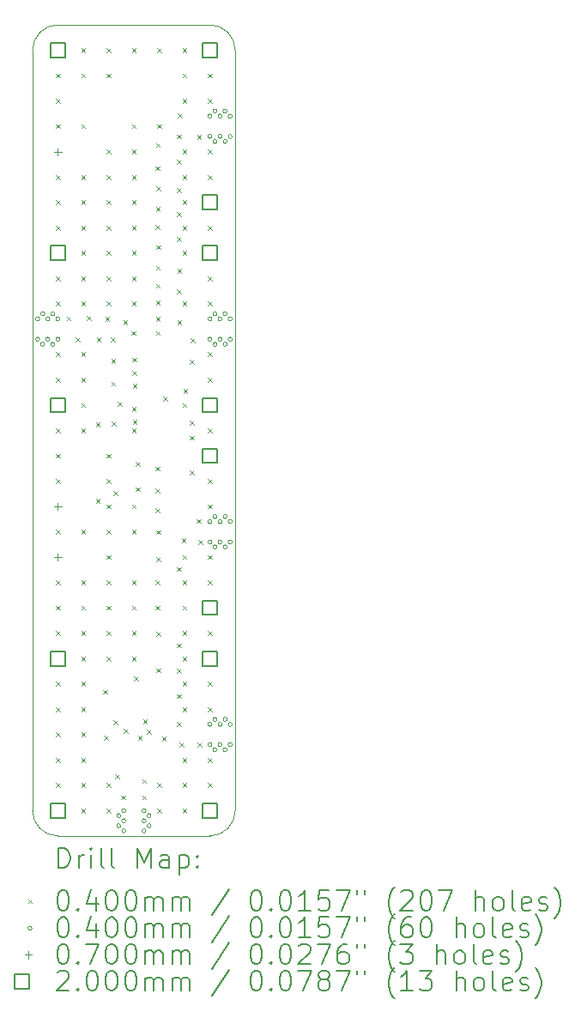
<source format=gbr>
%TF.GenerationSoftware,KiCad,Pcbnew,7.0.5+dfsg-2*%
%TF.CreationDate,2023-07-22T00:58:46+02:00*%
%TF.ProjectId,019-tayloe-quadrature-product-detector,3031392d-7461-4796-9c6f-652d71756164,2*%
%TF.SameCoordinates,Original*%
%TF.FileFunction,Drillmap*%
%TF.FilePolarity,Positive*%
%FSLAX45Y45*%
G04 Gerber Fmt 4.5, Leading zero omitted, Abs format (unit mm)*
G04 Created by KiCad (PCBNEW 7.0.5+dfsg-2) date 2023-07-22 00:58:46*
%MOMM*%
%LPD*%
G01*
G04 APERTURE LIST*
%ADD10C,0.100000*%
%ADD11C,0.200000*%
%ADD12C,0.040000*%
%ADD13C,0.070000*%
G04 APERTURE END LIST*
D10*
X13500000Y-5750000D02*
G75*
G03*
X13250000Y-6000000I0J-250000D01*
G01*
X13500000Y-5750000D02*
X15000000Y-5750000D01*
X15250000Y-6000000D02*
G75*
G03*
X15000000Y-5750000I-250000J0D01*
G01*
X13250000Y-13500000D02*
X13250000Y-6000000D01*
X13250000Y-13500000D02*
G75*
G03*
X13500000Y-13750000I250000J0D01*
G01*
X15250000Y-6000000D02*
X15250000Y-13500000D01*
X15000000Y-13750000D02*
G75*
G03*
X15250000Y-13500000I0J250000D01*
G01*
X15000000Y-13750000D02*
X13500000Y-13750000D01*
D11*
D12*
X13480000Y-6230000D02*
X13520000Y-6270000D01*
X13520000Y-6230000D02*
X13480000Y-6270000D01*
X13480000Y-6480000D02*
X13520000Y-6520000D01*
X13520000Y-6480000D02*
X13480000Y-6520000D01*
X13480000Y-6730000D02*
X13520000Y-6770000D01*
X13520000Y-6730000D02*
X13480000Y-6770000D01*
X13480000Y-7230000D02*
X13520000Y-7270000D01*
X13520000Y-7230000D02*
X13480000Y-7270000D01*
X13480000Y-7480000D02*
X13520000Y-7520000D01*
X13520000Y-7480000D02*
X13480000Y-7520000D01*
X13480000Y-7730000D02*
X13520000Y-7770000D01*
X13520000Y-7730000D02*
X13480000Y-7770000D01*
X13480000Y-8230000D02*
X13520000Y-8270000D01*
X13520000Y-8230000D02*
X13480000Y-8270000D01*
X13480000Y-8480000D02*
X13520000Y-8520000D01*
X13520000Y-8480000D02*
X13480000Y-8520000D01*
X13480000Y-8980000D02*
X13520000Y-9020000D01*
X13520000Y-8980000D02*
X13480000Y-9020000D01*
X13480000Y-9230000D02*
X13520000Y-9270000D01*
X13520000Y-9230000D02*
X13480000Y-9270000D01*
X13480000Y-9730000D02*
X13520000Y-9770000D01*
X13520000Y-9730000D02*
X13480000Y-9770000D01*
X13480000Y-9980000D02*
X13520000Y-10020000D01*
X13520000Y-9980000D02*
X13480000Y-10020000D01*
X13480000Y-10230000D02*
X13520000Y-10270000D01*
X13520000Y-10230000D02*
X13480000Y-10270000D01*
X13480000Y-10730000D02*
X13520000Y-10770000D01*
X13520000Y-10730000D02*
X13480000Y-10770000D01*
X13480000Y-11230000D02*
X13520000Y-11270000D01*
X13520000Y-11230000D02*
X13480000Y-11270000D01*
X13480000Y-11480000D02*
X13520000Y-11520000D01*
X13520000Y-11480000D02*
X13480000Y-11520000D01*
X13480000Y-11730000D02*
X13520000Y-11770000D01*
X13520000Y-11730000D02*
X13480000Y-11770000D01*
X13480000Y-12230000D02*
X13520000Y-12270000D01*
X13520000Y-12230000D02*
X13480000Y-12270000D01*
X13480000Y-12480000D02*
X13520000Y-12520000D01*
X13520000Y-12480000D02*
X13480000Y-12520000D01*
X13480000Y-12730000D02*
X13520000Y-12770000D01*
X13520000Y-12730000D02*
X13480000Y-12770000D01*
X13480000Y-12980000D02*
X13520000Y-13020000D01*
X13520000Y-12980000D02*
X13480000Y-13020000D01*
X13480000Y-13230000D02*
X13520000Y-13270000D01*
X13520000Y-13230000D02*
X13480000Y-13270000D01*
X13585504Y-8625425D02*
X13625504Y-8665425D01*
X13625504Y-8625425D02*
X13585504Y-8665425D01*
X13677505Y-8832024D02*
X13717505Y-8872024D01*
X13717505Y-8832024D02*
X13677505Y-8872024D01*
X13730000Y-5980000D02*
X13770000Y-6020000D01*
X13770000Y-5980000D02*
X13730000Y-6020000D01*
X13730000Y-6230000D02*
X13770000Y-6270000D01*
X13770000Y-6230000D02*
X13730000Y-6270000D01*
X13730000Y-6730000D02*
X13770000Y-6770000D01*
X13770000Y-6730000D02*
X13730000Y-6770000D01*
X13730000Y-7230000D02*
X13770000Y-7270000D01*
X13770000Y-7230000D02*
X13730000Y-7270000D01*
X13730000Y-7480000D02*
X13770000Y-7520000D01*
X13770000Y-7480000D02*
X13730000Y-7520000D01*
X13730000Y-7730000D02*
X13770000Y-7770000D01*
X13770000Y-7730000D02*
X13730000Y-7770000D01*
X13730000Y-7980000D02*
X13770000Y-8020000D01*
X13770000Y-7980000D02*
X13730000Y-8020000D01*
X13730000Y-8230000D02*
X13770000Y-8270000D01*
X13770000Y-8230000D02*
X13730000Y-8270000D01*
X13730000Y-8480000D02*
X13770000Y-8520000D01*
X13770000Y-8480000D02*
X13730000Y-8520000D01*
X13730000Y-8980000D02*
X13770000Y-9020000D01*
X13770000Y-8980000D02*
X13730000Y-9020000D01*
X13730000Y-9230000D02*
X13770000Y-9270000D01*
X13770000Y-9230000D02*
X13730000Y-9270000D01*
X13730000Y-9480000D02*
X13770000Y-9520000D01*
X13770000Y-9480000D02*
X13730000Y-9520000D01*
X13730000Y-9730000D02*
X13770000Y-9770000D01*
X13770000Y-9730000D02*
X13730000Y-9770000D01*
X13730000Y-10730000D02*
X13770000Y-10770000D01*
X13770000Y-10730000D02*
X13730000Y-10770000D01*
X13730000Y-11230000D02*
X13770000Y-11270000D01*
X13770000Y-11230000D02*
X13730000Y-11270000D01*
X13730000Y-11480000D02*
X13770000Y-11520000D01*
X13770000Y-11480000D02*
X13730000Y-11520000D01*
X13730000Y-11730000D02*
X13770000Y-11770000D01*
X13770000Y-11730000D02*
X13730000Y-11770000D01*
X13730000Y-11980000D02*
X13770000Y-12020000D01*
X13770000Y-11980000D02*
X13730000Y-12020000D01*
X13730000Y-12230000D02*
X13770000Y-12270000D01*
X13770000Y-12230000D02*
X13730000Y-12270000D01*
X13730000Y-12480000D02*
X13770000Y-12520000D01*
X13770000Y-12480000D02*
X13730000Y-12520000D01*
X13730000Y-12730000D02*
X13770000Y-12770000D01*
X13770000Y-12730000D02*
X13730000Y-12770000D01*
X13730000Y-12980000D02*
X13770000Y-13020000D01*
X13770000Y-12980000D02*
X13730000Y-13020000D01*
X13730000Y-13230000D02*
X13770000Y-13270000D01*
X13770000Y-13230000D02*
X13730000Y-13270000D01*
X13730000Y-13480000D02*
X13770000Y-13520000D01*
X13770000Y-13480000D02*
X13730000Y-13520000D01*
X13787261Y-8623810D02*
X13827261Y-8663810D01*
X13827261Y-8623810D02*
X13787261Y-8663810D01*
X13873427Y-9672057D02*
X13913427Y-9712057D01*
X13913427Y-9672057D02*
X13873427Y-9712057D01*
X13873427Y-10425400D02*
X13913427Y-10465400D01*
X13913427Y-10425400D02*
X13873427Y-10465400D01*
X13882491Y-8832024D02*
X13922491Y-8872024D01*
X13922491Y-8832024D02*
X13882491Y-8872024D01*
X13944980Y-12309740D02*
X13984980Y-12349740D01*
X13984980Y-12309740D02*
X13944980Y-12349740D01*
X13956570Y-12760000D02*
X13996570Y-12800000D01*
X13996570Y-12760000D02*
X13956570Y-12800000D01*
X13966422Y-8629460D02*
X14006422Y-8669460D01*
X14006422Y-8629460D02*
X13966422Y-8669460D01*
X13980000Y-5980000D02*
X14020000Y-6020000D01*
X14020000Y-5980000D02*
X13980000Y-6020000D01*
X13980000Y-6230000D02*
X14020000Y-6270000D01*
X14020000Y-6230000D02*
X13980000Y-6270000D01*
X13980000Y-6980000D02*
X14020000Y-7020000D01*
X14020000Y-6980000D02*
X13980000Y-7020000D01*
X13980000Y-7230000D02*
X14020000Y-7270000D01*
X14020000Y-7230000D02*
X13980000Y-7270000D01*
X13980000Y-7480000D02*
X14020000Y-7520000D01*
X14020000Y-7480000D02*
X13980000Y-7520000D01*
X13980000Y-7730000D02*
X14020000Y-7770000D01*
X14020000Y-7730000D02*
X13980000Y-7770000D01*
X13980000Y-7980000D02*
X14020000Y-8020000D01*
X14020000Y-7980000D02*
X13980000Y-8020000D01*
X13980000Y-8230000D02*
X14020000Y-8270000D01*
X14020000Y-8230000D02*
X13980000Y-8270000D01*
X13980000Y-8480000D02*
X14020000Y-8520000D01*
X14020000Y-8480000D02*
X13980000Y-8520000D01*
X13980000Y-9980000D02*
X14020000Y-10020000D01*
X14020000Y-9980000D02*
X13980000Y-10020000D01*
X13980000Y-10230000D02*
X14020000Y-10270000D01*
X14020000Y-10230000D02*
X13980000Y-10270000D01*
X13980000Y-10480000D02*
X14020000Y-10520000D01*
X14020000Y-10480000D02*
X13980000Y-10520000D01*
X13980000Y-10730000D02*
X14020000Y-10770000D01*
X14020000Y-10730000D02*
X13980000Y-10770000D01*
X13980000Y-10980000D02*
X14020000Y-11020000D01*
X14020000Y-10980000D02*
X13980000Y-11020000D01*
X13980000Y-11230000D02*
X14020000Y-11270000D01*
X14020000Y-11230000D02*
X13980000Y-11270000D01*
X13980000Y-11480000D02*
X14020000Y-11520000D01*
X14020000Y-11480000D02*
X13980000Y-11520000D01*
X13980000Y-11730000D02*
X14020000Y-11770000D01*
X14020000Y-11730000D02*
X13980000Y-11770000D01*
X13980000Y-11980000D02*
X14020000Y-12020000D01*
X14020000Y-11980000D02*
X13980000Y-12020000D01*
X13980000Y-13230000D02*
X14020000Y-13270000D01*
X14020000Y-13230000D02*
X13980000Y-13270000D01*
X13980000Y-13480000D02*
X14020000Y-13520000D01*
X14020000Y-13480000D02*
X13980000Y-13520000D01*
X14025335Y-8832024D02*
X14065335Y-8872024D01*
X14065335Y-8832024D02*
X14025335Y-8872024D01*
X14026949Y-9046694D02*
X14066949Y-9086694D01*
X14066949Y-9046694D02*
X14026949Y-9086694D01*
X14026949Y-9269435D02*
X14066949Y-9309435D01*
X14066949Y-9269435D02*
X14026949Y-9309435D01*
X14031476Y-9665084D02*
X14071476Y-9705084D01*
X14071476Y-9665084D02*
X14031476Y-9705084D01*
X14045421Y-10346375D02*
X14085421Y-10386375D01*
X14085421Y-10346375D02*
X14045421Y-10386375D01*
X14050000Y-12610000D02*
X14090000Y-12650000D01*
X14090000Y-12610000D02*
X14050000Y-12650000D01*
X14066900Y-13140000D02*
X14106900Y-13180000D01*
X14106900Y-13140000D02*
X14066900Y-13180000D01*
X14093126Y-9467157D02*
X14133126Y-9507157D01*
X14133126Y-9467157D02*
X14093126Y-9507157D01*
X14127012Y-13349701D02*
X14167012Y-13389701D01*
X14167012Y-13349701D02*
X14127012Y-13389701D01*
X14144776Y-8662548D02*
X14184776Y-8702548D01*
X14184776Y-8662548D02*
X14144776Y-8702548D01*
X14146810Y-12691760D02*
X14186810Y-12731760D01*
X14186810Y-12691760D02*
X14146810Y-12731760D01*
X14224672Y-8770690D02*
X14264672Y-8810690D01*
X14264672Y-8770690D02*
X14224672Y-8810690D01*
X14229514Y-9520421D02*
X14269514Y-9560421D01*
X14269514Y-9520421D02*
X14229514Y-9560421D01*
X14230000Y-5980000D02*
X14270000Y-6020000D01*
X14270000Y-5980000D02*
X14230000Y-6020000D01*
X14230000Y-6730000D02*
X14270000Y-6770000D01*
X14270000Y-6730000D02*
X14230000Y-6770000D01*
X14230000Y-6980000D02*
X14270000Y-7020000D01*
X14270000Y-6980000D02*
X14230000Y-7020000D01*
X14230000Y-7230000D02*
X14270000Y-7270000D01*
X14270000Y-7230000D02*
X14230000Y-7270000D01*
X14230000Y-7480000D02*
X14270000Y-7520000D01*
X14270000Y-7480000D02*
X14230000Y-7520000D01*
X14230000Y-7730000D02*
X14270000Y-7770000D01*
X14270000Y-7730000D02*
X14230000Y-7770000D01*
X14230000Y-7980000D02*
X14270000Y-8020000D01*
X14270000Y-7980000D02*
X14230000Y-8020000D01*
X14230000Y-8230000D02*
X14270000Y-8270000D01*
X14270000Y-8230000D02*
X14230000Y-8270000D01*
X14230000Y-8480000D02*
X14270000Y-8520000D01*
X14270000Y-8480000D02*
X14230000Y-8520000D01*
X14230000Y-9730000D02*
X14270000Y-9770000D01*
X14270000Y-9730000D02*
X14230000Y-9770000D01*
X14230000Y-10480000D02*
X14270000Y-10520000D01*
X14270000Y-10480000D02*
X14230000Y-10520000D01*
X14230000Y-10730000D02*
X14270000Y-10770000D01*
X14270000Y-10730000D02*
X14230000Y-10770000D01*
X14230000Y-11230000D02*
X14270000Y-11270000D01*
X14270000Y-11230000D02*
X14230000Y-11270000D01*
X14230000Y-11480000D02*
X14270000Y-11520000D01*
X14270000Y-11480000D02*
X14230000Y-11520000D01*
X14230000Y-11730000D02*
X14270000Y-11770000D01*
X14270000Y-11730000D02*
X14230000Y-11770000D01*
X14230000Y-11980000D02*
X14270000Y-12020000D01*
X14270000Y-11980000D02*
X14230000Y-12020000D01*
X14234356Y-9032975D02*
X14274356Y-9072975D01*
X14274356Y-9032975D02*
X14234356Y-9072975D01*
X14235970Y-9165328D02*
X14275970Y-9205328D01*
X14275970Y-9165328D02*
X14235970Y-9205328D01*
X14237584Y-9292031D02*
X14277584Y-9332031D01*
X14277584Y-9292031D02*
X14237584Y-9332031D01*
X14238391Y-9643090D02*
X14278391Y-9683090D01*
X14278391Y-9643090D02*
X14238391Y-9683090D01*
X14251530Y-12177577D02*
X14291530Y-12217577D01*
X14291530Y-12177577D02*
X14251530Y-12217577D01*
X14267560Y-10061520D02*
X14307560Y-10101520D01*
X14307560Y-10061520D02*
X14267560Y-10101520D01*
X14267560Y-10311520D02*
X14307560Y-10351520D01*
X14307560Y-10311520D02*
X14267560Y-10351520D01*
X14290000Y-12760000D02*
X14330000Y-12800000D01*
X14330000Y-12760000D02*
X14290000Y-12800000D01*
X14331460Y-13349701D02*
X14371460Y-13389701D01*
X14371460Y-13349701D02*
X14331460Y-13389701D01*
X14332133Y-13188967D02*
X14372133Y-13228967D01*
X14372133Y-13188967D02*
X14332133Y-13228967D01*
X14340000Y-12600000D02*
X14380000Y-12640000D01*
X14380000Y-12600000D02*
X14340000Y-12640000D01*
X14380000Y-12700000D02*
X14420000Y-12740000D01*
X14420000Y-12700000D02*
X14380000Y-12740000D01*
X14460600Y-10108320D02*
X14500600Y-10148320D01*
X14500600Y-10108320D02*
X14460600Y-10148320D01*
X14463110Y-11479766D02*
X14503110Y-11519766D01*
X14503110Y-11479766D02*
X14463110Y-11519766D01*
X14463505Y-10324281D02*
X14503505Y-10364281D01*
X14503505Y-10324281D02*
X14463505Y-10364281D01*
X14463555Y-11231574D02*
X14503555Y-11271574D01*
X14503555Y-11231574D02*
X14463555Y-11271574D01*
X14465167Y-7144883D02*
X14505167Y-7184883D01*
X14505167Y-7144883D02*
X14465167Y-7184883D01*
X14465167Y-7726026D02*
X14505167Y-7766026D01*
X14505167Y-7726026D02*
X14465167Y-7766026D01*
X14465554Y-10518359D02*
X14505554Y-10558359D01*
X14505554Y-10518359D02*
X14465554Y-10558359D01*
X14465974Y-8770690D02*
X14505974Y-8810690D01*
X14505974Y-8770690D02*
X14465974Y-8810690D01*
X14466014Y-8470943D02*
X14506014Y-8510943D01*
X14506014Y-8470943D02*
X14466014Y-8510943D01*
X14466781Y-6914879D02*
X14506781Y-6954879D01*
X14506781Y-6914879D02*
X14466781Y-6954879D01*
X14466781Y-8304226D02*
X14506781Y-8344226D01*
X14506781Y-8304226D02*
X14466781Y-8344226D01*
X14466781Y-8629460D02*
X14506781Y-8669460D01*
X14506781Y-8629460D02*
X14466781Y-8669460D01*
X14467588Y-7545977D02*
X14507588Y-7585977D01*
X14507588Y-7545977D02*
X14467588Y-7585977D01*
X14467588Y-8127120D02*
X14507588Y-8167120D01*
X14507588Y-8127120D02*
X14467588Y-8167120D01*
X14468459Y-10734320D02*
X14508459Y-10774320D01*
X14508459Y-10734320D02*
X14468459Y-10774320D01*
X14468459Y-10997734D02*
X14508459Y-11037734D01*
X14508459Y-10997734D02*
X14468459Y-11037734D01*
X14468459Y-11738875D02*
X14508459Y-11778875D01*
X14508459Y-11738875D02*
X14468459Y-11778875D01*
X14469361Y-7341723D02*
X14509361Y-7381723D01*
X14509361Y-7341723D02*
X14469361Y-7381723D01*
X14469361Y-7922866D02*
X14509361Y-7962866D01*
X14509361Y-7922866D02*
X14469361Y-7962866D01*
X14469428Y-12096228D02*
X14509428Y-12136228D01*
X14509428Y-12096228D02*
X14469428Y-12136228D01*
X14480000Y-5980000D02*
X14520000Y-6020000D01*
X14520000Y-5980000D02*
X14480000Y-6020000D01*
X14480000Y-6730000D02*
X14520000Y-6770000D01*
X14520000Y-6730000D02*
X14480000Y-6770000D01*
X14480000Y-13230000D02*
X14520000Y-13270000D01*
X14520000Y-13230000D02*
X14480000Y-13270000D01*
X14480000Y-13480000D02*
X14520000Y-13520000D01*
X14520000Y-13480000D02*
X14480000Y-13520000D01*
X14526565Y-12772196D02*
X14566565Y-12812196D01*
X14566565Y-12772196D02*
X14526565Y-12812196D01*
X14538606Y-9416314D02*
X14578606Y-9456314D01*
X14578606Y-9416314D02*
X14538606Y-9456314D01*
X14671766Y-7081127D02*
X14711766Y-7121127D01*
X14711766Y-7081127D02*
X14671766Y-7121127D01*
X14672799Y-11098452D02*
X14712799Y-11138452D01*
X14712799Y-11098452D02*
X14672799Y-11138452D01*
X14672799Y-11852182D02*
X14712799Y-11892182D01*
X14712799Y-11852182D02*
X14672799Y-11892182D01*
X14673380Y-6830948D02*
X14713380Y-6870948D01*
X14713380Y-6830948D02*
X14673380Y-6870948D01*
X14673497Y-12101558D02*
X14713497Y-12141558D01*
X14713497Y-12101558D02*
X14673497Y-12141558D01*
X14673497Y-12350903D02*
X14713497Y-12390903D01*
X14713497Y-12350903D02*
X14673497Y-12390903D01*
X14673768Y-12626931D02*
X14713768Y-12666931D01*
X14713768Y-12626931D02*
X14673768Y-12666931D01*
X14674187Y-7357132D02*
X14714187Y-7397132D01*
X14714187Y-7357132D02*
X14674187Y-7397132D01*
X14675801Y-7596013D02*
X14715801Y-7636013D01*
X14715801Y-7596013D02*
X14675801Y-7636013D01*
X14675801Y-7842640D02*
X14715801Y-7882640D01*
X14715801Y-7842640D02*
X14675801Y-7882640D01*
X14675801Y-8355876D02*
X14715801Y-8395876D01*
X14715801Y-8355876D02*
X14675801Y-8395876D01*
X14678223Y-8153347D02*
X14718223Y-8193347D01*
X14718223Y-8153347D02*
X14678223Y-8193347D01*
X14678223Y-8666583D02*
X14718223Y-8706583D01*
X14718223Y-8666583D02*
X14678223Y-8706583D01*
X14680644Y-6625962D02*
X14720644Y-6665962D01*
X14720644Y-6625962D02*
X14680644Y-6665962D01*
X14697979Y-12831271D02*
X14737979Y-12871271D01*
X14737979Y-12831271D02*
X14697979Y-12871271D01*
X14720333Y-10814754D02*
X14760333Y-10854754D01*
X14760333Y-10814754D02*
X14720333Y-10854754D01*
X14730000Y-5980000D02*
X14770000Y-6020000D01*
X14770000Y-5980000D02*
X14730000Y-6020000D01*
X14730000Y-6230000D02*
X14770000Y-6270000D01*
X14770000Y-6230000D02*
X14730000Y-6270000D01*
X14730000Y-6480000D02*
X14770000Y-6520000D01*
X14770000Y-6480000D02*
X14730000Y-6520000D01*
X14730000Y-6980000D02*
X14770000Y-7020000D01*
X14770000Y-6980000D02*
X14730000Y-7020000D01*
X14730000Y-7230000D02*
X14770000Y-7270000D01*
X14770000Y-7230000D02*
X14730000Y-7270000D01*
X14730000Y-7480000D02*
X14770000Y-7520000D01*
X14770000Y-7480000D02*
X14730000Y-7520000D01*
X14730000Y-7730000D02*
X14770000Y-7770000D01*
X14770000Y-7730000D02*
X14730000Y-7770000D01*
X14730000Y-7980000D02*
X14770000Y-8020000D01*
X14770000Y-7980000D02*
X14730000Y-8020000D01*
X14730000Y-8480000D02*
X14770000Y-8520000D01*
X14770000Y-8480000D02*
X14730000Y-8520000D01*
X14730000Y-9480000D02*
X14770000Y-9520000D01*
X14770000Y-9480000D02*
X14730000Y-9520000D01*
X14730000Y-10980000D02*
X14770000Y-11020000D01*
X14770000Y-10980000D02*
X14730000Y-11020000D01*
X14730000Y-11230000D02*
X14770000Y-11270000D01*
X14770000Y-11230000D02*
X14730000Y-11270000D01*
X14730000Y-11480000D02*
X14770000Y-11520000D01*
X14770000Y-11480000D02*
X14730000Y-11520000D01*
X14730000Y-11730000D02*
X14770000Y-11770000D01*
X14770000Y-11730000D02*
X14730000Y-11770000D01*
X14730000Y-11980000D02*
X14770000Y-12020000D01*
X14770000Y-11980000D02*
X14730000Y-12020000D01*
X14730000Y-12230000D02*
X14770000Y-12270000D01*
X14770000Y-12230000D02*
X14730000Y-12270000D01*
X14730000Y-12480000D02*
X14770000Y-12520000D01*
X14770000Y-12480000D02*
X14730000Y-12520000D01*
X14730000Y-12980000D02*
X14770000Y-13020000D01*
X14770000Y-12980000D02*
X14730000Y-13020000D01*
X14730000Y-13230000D02*
X14770000Y-13270000D01*
X14770000Y-13230000D02*
X14730000Y-13270000D01*
X14730000Y-13480000D02*
X14770000Y-13520000D01*
X14770000Y-13480000D02*
X14730000Y-13520000D01*
X14737136Y-9341260D02*
X14777136Y-9381260D01*
X14777136Y-9341260D02*
X14737136Y-9381260D01*
X14801472Y-9654840D02*
X14841472Y-9694840D01*
X14841472Y-9654840D02*
X14801472Y-9694840D01*
X14801472Y-9803520D02*
X14841472Y-9843520D01*
X14841472Y-9803520D02*
X14801472Y-9843520D01*
X14801472Y-10143880D02*
X14841472Y-10183880D01*
X14841472Y-10143880D02*
X14801472Y-10183880D01*
X14802505Y-9051536D02*
X14842505Y-9091536D01*
X14842505Y-9051536D02*
X14802505Y-9091536D01*
X14808154Y-8841709D02*
X14848154Y-8881709D01*
X14848154Y-8841709D02*
X14808154Y-8881709D01*
X14870979Y-10624429D02*
X14910979Y-10664429D01*
X14910979Y-10624429D02*
X14870979Y-10664429D01*
X14873524Y-6834176D02*
X14913524Y-6874176D01*
X14913524Y-6834176D02*
X14873524Y-6874176D01*
X14878108Y-12832239D02*
X14918108Y-12872239D01*
X14918108Y-12832239D02*
X14878108Y-12872239D01*
X14884430Y-10832912D02*
X14924430Y-10872912D01*
X14924430Y-10832912D02*
X14884430Y-10872912D01*
X14980000Y-6230000D02*
X15020000Y-6270000D01*
X15020000Y-6230000D02*
X14980000Y-6270000D01*
X14980000Y-6480000D02*
X15020000Y-6520000D01*
X15020000Y-6480000D02*
X14980000Y-6520000D01*
X14980000Y-6980000D02*
X15020000Y-7020000D01*
X15020000Y-6980000D02*
X14980000Y-7020000D01*
X14980000Y-7230000D02*
X15020000Y-7270000D01*
X15020000Y-7230000D02*
X14980000Y-7270000D01*
X14980000Y-7730000D02*
X15020000Y-7770000D01*
X15020000Y-7730000D02*
X14980000Y-7770000D01*
X14980000Y-8230000D02*
X15020000Y-8270000D01*
X15020000Y-8230000D02*
X14980000Y-8270000D01*
X14980000Y-8480000D02*
X15020000Y-8520000D01*
X15020000Y-8480000D02*
X14980000Y-8520000D01*
X14980000Y-8980000D02*
X15020000Y-9020000D01*
X15020000Y-8980000D02*
X14980000Y-9020000D01*
X14980000Y-9230000D02*
X15020000Y-9270000D01*
X15020000Y-9230000D02*
X14980000Y-9270000D01*
X14980000Y-9730000D02*
X15020000Y-9770000D01*
X15020000Y-9730000D02*
X14980000Y-9770000D01*
X14980000Y-10230000D02*
X15020000Y-10270000D01*
X15020000Y-10230000D02*
X14980000Y-10270000D01*
X14980000Y-10480000D02*
X15020000Y-10520000D01*
X15020000Y-10480000D02*
X14980000Y-10520000D01*
X14980000Y-10980000D02*
X15020000Y-11020000D01*
X15020000Y-10980000D02*
X14980000Y-11020000D01*
X14980000Y-11230000D02*
X15020000Y-11270000D01*
X15020000Y-11230000D02*
X14980000Y-11270000D01*
X14980000Y-11730000D02*
X15020000Y-11770000D01*
X15020000Y-11730000D02*
X14980000Y-11770000D01*
X14980000Y-12230000D02*
X15020000Y-12270000D01*
X15020000Y-12230000D02*
X14980000Y-12270000D01*
X14980000Y-12480000D02*
X15020000Y-12520000D01*
X15020000Y-12480000D02*
X14980000Y-12520000D01*
X14980000Y-12980000D02*
X15020000Y-13020000D01*
X15020000Y-12980000D02*
X14980000Y-13020000D01*
X14980000Y-13230000D02*
X15020000Y-13270000D01*
X15020000Y-13230000D02*
X14980000Y-13270000D01*
X13320000Y-8650000D02*
G75*
G03*
X13320000Y-8650000I-20000J0D01*
G01*
X13320000Y-8850000D02*
G75*
G03*
X13320000Y-8850000I-20000J0D01*
G01*
X13370000Y-8600000D02*
G75*
G03*
X13370000Y-8600000I-20000J0D01*
G01*
X13370000Y-8900000D02*
G75*
G03*
X13370000Y-8900000I-20000J0D01*
G01*
X13420000Y-8650000D02*
G75*
G03*
X13420000Y-8650000I-20000J0D01*
G01*
X13420000Y-8850000D02*
G75*
G03*
X13420000Y-8850000I-20000J0D01*
G01*
X13470000Y-8600000D02*
G75*
G03*
X13470000Y-8600000I-20000J0D01*
G01*
X13470000Y-8900000D02*
G75*
G03*
X13470000Y-8900000I-20000J0D01*
G01*
X13520000Y-8650000D02*
G75*
G03*
X13520000Y-8650000I-20000J0D01*
G01*
X13520000Y-8850000D02*
G75*
G03*
X13520000Y-8850000I-20000J0D01*
G01*
X14120000Y-13550000D02*
G75*
G03*
X14120000Y-13550000I-20000J0D01*
G01*
X14120000Y-13650000D02*
G75*
G03*
X14120000Y-13650000I-20000J0D01*
G01*
X14170000Y-13500000D02*
G75*
G03*
X14170000Y-13500000I-20000J0D01*
G01*
X14170000Y-13600000D02*
G75*
G03*
X14170000Y-13600000I-20000J0D01*
G01*
X14170000Y-13700000D02*
G75*
G03*
X14170000Y-13700000I-20000J0D01*
G01*
X14370000Y-13500000D02*
G75*
G03*
X14370000Y-13500000I-20000J0D01*
G01*
X14370000Y-13600000D02*
G75*
G03*
X14370000Y-13600000I-20000J0D01*
G01*
X14370000Y-13700000D02*
G75*
G03*
X14370000Y-13700000I-20000J0D01*
G01*
X14420000Y-13550000D02*
G75*
G03*
X14420000Y-13550000I-20000J0D01*
G01*
X14420000Y-13650000D02*
G75*
G03*
X14420000Y-13650000I-20000J0D01*
G01*
X15020000Y-6650000D02*
G75*
G03*
X15020000Y-6650000I-20000J0D01*
G01*
X15020000Y-6850000D02*
G75*
G03*
X15020000Y-6850000I-20000J0D01*
G01*
X15020000Y-8650000D02*
G75*
G03*
X15020000Y-8650000I-20000J0D01*
G01*
X15020000Y-8850000D02*
G75*
G03*
X15020000Y-8850000I-20000J0D01*
G01*
X15020000Y-10650000D02*
G75*
G03*
X15020000Y-10650000I-20000J0D01*
G01*
X15020000Y-10850000D02*
G75*
G03*
X15020000Y-10850000I-20000J0D01*
G01*
X15020000Y-12650000D02*
G75*
G03*
X15020000Y-12650000I-20000J0D01*
G01*
X15020000Y-12850000D02*
G75*
G03*
X15020000Y-12850000I-20000J0D01*
G01*
X15070000Y-6600000D02*
G75*
G03*
X15070000Y-6600000I-20000J0D01*
G01*
X15070000Y-6900000D02*
G75*
G03*
X15070000Y-6900000I-20000J0D01*
G01*
X15070000Y-8600000D02*
G75*
G03*
X15070000Y-8600000I-20000J0D01*
G01*
X15070000Y-8900000D02*
G75*
G03*
X15070000Y-8900000I-20000J0D01*
G01*
X15070000Y-10600000D02*
G75*
G03*
X15070000Y-10600000I-20000J0D01*
G01*
X15070000Y-10900000D02*
G75*
G03*
X15070000Y-10900000I-20000J0D01*
G01*
X15070000Y-12600000D02*
G75*
G03*
X15070000Y-12600000I-20000J0D01*
G01*
X15070000Y-12900000D02*
G75*
G03*
X15070000Y-12900000I-20000J0D01*
G01*
X15120000Y-6650000D02*
G75*
G03*
X15120000Y-6650000I-20000J0D01*
G01*
X15120000Y-6850000D02*
G75*
G03*
X15120000Y-6850000I-20000J0D01*
G01*
X15120000Y-8650000D02*
G75*
G03*
X15120000Y-8650000I-20000J0D01*
G01*
X15120000Y-8850000D02*
G75*
G03*
X15120000Y-8850000I-20000J0D01*
G01*
X15120000Y-10650000D02*
G75*
G03*
X15120000Y-10650000I-20000J0D01*
G01*
X15120000Y-10850000D02*
G75*
G03*
X15120000Y-10850000I-20000J0D01*
G01*
X15120000Y-12650000D02*
G75*
G03*
X15120000Y-12650000I-20000J0D01*
G01*
X15120000Y-12850000D02*
G75*
G03*
X15120000Y-12850000I-20000J0D01*
G01*
X15170000Y-6600000D02*
G75*
G03*
X15170000Y-6600000I-20000J0D01*
G01*
X15170000Y-6900000D02*
G75*
G03*
X15170000Y-6900000I-20000J0D01*
G01*
X15170000Y-8600000D02*
G75*
G03*
X15170000Y-8600000I-20000J0D01*
G01*
X15170000Y-8900000D02*
G75*
G03*
X15170000Y-8900000I-20000J0D01*
G01*
X15170000Y-10600000D02*
G75*
G03*
X15170000Y-10600000I-20000J0D01*
G01*
X15170000Y-10900000D02*
G75*
G03*
X15170000Y-10900000I-20000J0D01*
G01*
X15170000Y-12600000D02*
G75*
G03*
X15170000Y-12600000I-20000J0D01*
G01*
X15170000Y-12900000D02*
G75*
G03*
X15170000Y-12900000I-20000J0D01*
G01*
X15220000Y-6650000D02*
G75*
G03*
X15220000Y-6650000I-20000J0D01*
G01*
X15220000Y-6850000D02*
G75*
G03*
X15220000Y-6850000I-20000J0D01*
G01*
X15220000Y-8650000D02*
G75*
G03*
X15220000Y-8650000I-20000J0D01*
G01*
X15220000Y-8850000D02*
G75*
G03*
X15220000Y-8850000I-20000J0D01*
G01*
X15220000Y-10650000D02*
G75*
G03*
X15220000Y-10650000I-20000J0D01*
G01*
X15220000Y-10850000D02*
G75*
G03*
X15220000Y-10850000I-20000J0D01*
G01*
X15220000Y-12650000D02*
G75*
G03*
X15220000Y-12650000I-20000J0D01*
G01*
X15220000Y-12850000D02*
G75*
G03*
X15220000Y-12850000I-20000J0D01*
G01*
D13*
X13500000Y-6965000D02*
X13500000Y-7035000D01*
X13465000Y-7000000D02*
X13535000Y-7000000D01*
X13500000Y-10465000D02*
X13500000Y-10535000D01*
X13465000Y-10500000D02*
X13535000Y-10500000D01*
X13500000Y-10965000D02*
X13500000Y-11035000D01*
X13465000Y-11000000D02*
X13535000Y-11000000D01*
D11*
X13570711Y-6070711D02*
X13570711Y-5929289D01*
X13429289Y-5929289D01*
X13429289Y-6070711D01*
X13570711Y-6070711D01*
X13570711Y-8070711D02*
X13570711Y-7929289D01*
X13429289Y-7929289D01*
X13429289Y-8070711D01*
X13570711Y-8070711D01*
X13570711Y-9570711D02*
X13570711Y-9429289D01*
X13429289Y-9429289D01*
X13429289Y-9570711D01*
X13570711Y-9570711D01*
X13570711Y-12070711D02*
X13570711Y-11929289D01*
X13429289Y-11929289D01*
X13429289Y-12070711D01*
X13570711Y-12070711D01*
X13570711Y-13570711D02*
X13570711Y-13429289D01*
X13429289Y-13429289D01*
X13429289Y-13570711D01*
X13570711Y-13570711D01*
X15070711Y-6070711D02*
X15070711Y-5929289D01*
X14929289Y-5929289D01*
X14929289Y-6070711D01*
X15070711Y-6070711D01*
X15070711Y-7570711D02*
X15070711Y-7429289D01*
X14929289Y-7429289D01*
X14929289Y-7570711D01*
X15070711Y-7570711D01*
X15070711Y-8070711D02*
X15070711Y-7929289D01*
X14929289Y-7929289D01*
X14929289Y-8070711D01*
X15070711Y-8070711D01*
X15070711Y-9570711D02*
X15070711Y-9429289D01*
X14929289Y-9429289D01*
X14929289Y-9570711D01*
X15070711Y-9570711D01*
X15070711Y-10070711D02*
X15070711Y-9929289D01*
X14929289Y-9929289D01*
X14929289Y-10070711D01*
X15070711Y-10070711D01*
X15070711Y-11570711D02*
X15070711Y-11429289D01*
X14929289Y-11429289D01*
X14929289Y-11570711D01*
X15070711Y-11570711D01*
X15070711Y-12070711D02*
X15070711Y-11929289D01*
X14929289Y-11929289D01*
X14929289Y-12070711D01*
X15070711Y-12070711D01*
X15070711Y-13570711D02*
X15070711Y-13429289D01*
X14929289Y-13429289D01*
X14929289Y-13570711D01*
X15070711Y-13570711D01*
X13505777Y-14066484D02*
X13505777Y-13866484D01*
X13505777Y-13866484D02*
X13553396Y-13866484D01*
X13553396Y-13866484D02*
X13581967Y-13876008D01*
X13581967Y-13876008D02*
X13601015Y-13895055D01*
X13601015Y-13895055D02*
X13610539Y-13914103D01*
X13610539Y-13914103D02*
X13620062Y-13952198D01*
X13620062Y-13952198D02*
X13620062Y-13980769D01*
X13620062Y-13980769D02*
X13610539Y-14018865D01*
X13610539Y-14018865D02*
X13601015Y-14037912D01*
X13601015Y-14037912D02*
X13581967Y-14056960D01*
X13581967Y-14056960D02*
X13553396Y-14066484D01*
X13553396Y-14066484D02*
X13505777Y-14066484D01*
X13705777Y-14066484D02*
X13705777Y-13933150D01*
X13705777Y-13971246D02*
X13715301Y-13952198D01*
X13715301Y-13952198D02*
X13724824Y-13942674D01*
X13724824Y-13942674D02*
X13743872Y-13933150D01*
X13743872Y-13933150D02*
X13762920Y-13933150D01*
X13829586Y-14066484D02*
X13829586Y-13933150D01*
X13829586Y-13866484D02*
X13820062Y-13876008D01*
X13820062Y-13876008D02*
X13829586Y-13885531D01*
X13829586Y-13885531D02*
X13839110Y-13876008D01*
X13839110Y-13876008D02*
X13829586Y-13866484D01*
X13829586Y-13866484D02*
X13829586Y-13885531D01*
X13953396Y-14066484D02*
X13934348Y-14056960D01*
X13934348Y-14056960D02*
X13924824Y-14037912D01*
X13924824Y-14037912D02*
X13924824Y-13866484D01*
X14058158Y-14066484D02*
X14039110Y-14056960D01*
X14039110Y-14056960D02*
X14029586Y-14037912D01*
X14029586Y-14037912D02*
X14029586Y-13866484D01*
X14286729Y-14066484D02*
X14286729Y-13866484D01*
X14286729Y-13866484D02*
X14353396Y-14009341D01*
X14353396Y-14009341D02*
X14420062Y-13866484D01*
X14420062Y-13866484D02*
X14420062Y-14066484D01*
X14601015Y-14066484D02*
X14601015Y-13961722D01*
X14601015Y-13961722D02*
X14591491Y-13942674D01*
X14591491Y-13942674D02*
X14572443Y-13933150D01*
X14572443Y-13933150D02*
X14534348Y-13933150D01*
X14534348Y-13933150D02*
X14515301Y-13942674D01*
X14601015Y-14056960D02*
X14581967Y-14066484D01*
X14581967Y-14066484D02*
X14534348Y-14066484D01*
X14534348Y-14066484D02*
X14515301Y-14056960D01*
X14515301Y-14056960D02*
X14505777Y-14037912D01*
X14505777Y-14037912D02*
X14505777Y-14018865D01*
X14505777Y-14018865D02*
X14515301Y-13999817D01*
X14515301Y-13999817D02*
X14534348Y-13990293D01*
X14534348Y-13990293D02*
X14581967Y-13990293D01*
X14581967Y-13990293D02*
X14601015Y-13980769D01*
X14696253Y-13933150D02*
X14696253Y-14133150D01*
X14696253Y-13942674D02*
X14715301Y-13933150D01*
X14715301Y-13933150D02*
X14753396Y-13933150D01*
X14753396Y-13933150D02*
X14772443Y-13942674D01*
X14772443Y-13942674D02*
X14781967Y-13952198D01*
X14781967Y-13952198D02*
X14791491Y-13971246D01*
X14791491Y-13971246D02*
X14791491Y-14028388D01*
X14791491Y-14028388D02*
X14781967Y-14047436D01*
X14781967Y-14047436D02*
X14772443Y-14056960D01*
X14772443Y-14056960D02*
X14753396Y-14066484D01*
X14753396Y-14066484D02*
X14715301Y-14066484D01*
X14715301Y-14066484D02*
X14696253Y-14056960D01*
X14877205Y-14047436D02*
X14886729Y-14056960D01*
X14886729Y-14056960D02*
X14877205Y-14066484D01*
X14877205Y-14066484D02*
X14867682Y-14056960D01*
X14867682Y-14056960D02*
X14877205Y-14047436D01*
X14877205Y-14047436D02*
X14877205Y-14066484D01*
X14877205Y-13942674D02*
X14886729Y-13952198D01*
X14886729Y-13952198D02*
X14877205Y-13961722D01*
X14877205Y-13961722D02*
X14867682Y-13952198D01*
X14867682Y-13952198D02*
X14877205Y-13942674D01*
X14877205Y-13942674D02*
X14877205Y-13961722D01*
D12*
X13205000Y-14375000D02*
X13245000Y-14415000D01*
X13245000Y-14375000D02*
X13205000Y-14415000D01*
D11*
X13543872Y-14286484D02*
X13562920Y-14286484D01*
X13562920Y-14286484D02*
X13581967Y-14296008D01*
X13581967Y-14296008D02*
X13591491Y-14305531D01*
X13591491Y-14305531D02*
X13601015Y-14324579D01*
X13601015Y-14324579D02*
X13610539Y-14362674D01*
X13610539Y-14362674D02*
X13610539Y-14410293D01*
X13610539Y-14410293D02*
X13601015Y-14448388D01*
X13601015Y-14448388D02*
X13591491Y-14467436D01*
X13591491Y-14467436D02*
X13581967Y-14476960D01*
X13581967Y-14476960D02*
X13562920Y-14486484D01*
X13562920Y-14486484D02*
X13543872Y-14486484D01*
X13543872Y-14486484D02*
X13524824Y-14476960D01*
X13524824Y-14476960D02*
X13515301Y-14467436D01*
X13515301Y-14467436D02*
X13505777Y-14448388D01*
X13505777Y-14448388D02*
X13496253Y-14410293D01*
X13496253Y-14410293D02*
X13496253Y-14362674D01*
X13496253Y-14362674D02*
X13505777Y-14324579D01*
X13505777Y-14324579D02*
X13515301Y-14305531D01*
X13515301Y-14305531D02*
X13524824Y-14296008D01*
X13524824Y-14296008D02*
X13543872Y-14286484D01*
X13696253Y-14467436D02*
X13705777Y-14476960D01*
X13705777Y-14476960D02*
X13696253Y-14486484D01*
X13696253Y-14486484D02*
X13686729Y-14476960D01*
X13686729Y-14476960D02*
X13696253Y-14467436D01*
X13696253Y-14467436D02*
X13696253Y-14486484D01*
X13877205Y-14353150D02*
X13877205Y-14486484D01*
X13829586Y-14276960D02*
X13781967Y-14419817D01*
X13781967Y-14419817D02*
X13905777Y-14419817D01*
X14020062Y-14286484D02*
X14039110Y-14286484D01*
X14039110Y-14286484D02*
X14058158Y-14296008D01*
X14058158Y-14296008D02*
X14067682Y-14305531D01*
X14067682Y-14305531D02*
X14077205Y-14324579D01*
X14077205Y-14324579D02*
X14086729Y-14362674D01*
X14086729Y-14362674D02*
X14086729Y-14410293D01*
X14086729Y-14410293D02*
X14077205Y-14448388D01*
X14077205Y-14448388D02*
X14067682Y-14467436D01*
X14067682Y-14467436D02*
X14058158Y-14476960D01*
X14058158Y-14476960D02*
X14039110Y-14486484D01*
X14039110Y-14486484D02*
X14020062Y-14486484D01*
X14020062Y-14486484D02*
X14001015Y-14476960D01*
X14001015Y-14476960D02*
X13991491Y-14467436D01*
X13991491Y-14467436D02*
X13981967Y-14448388D01*
X13981967Y-14448388D02*
X13972443Y-14410293D01*
X13972443Y-14410293D02*
X13972443Y-14362674D01*
X13972443Y-14362674D02*
X13981967Y-14324579D01*
X13981967Y-14324579D02*
X13991491Y-14305531D01*
X13991491Y-14305531D02*
X14001015Y-14296008D01*
X14001015Y-14296008D02*
X14020062Y-14286484D01*
X14210539Y-14286484D02*
X14229586Y-14286484D01*
X14229586Y-14286484D02*
X14248634Y-14296008D01*
X14248634Y-14296008D02*
X14258158Y-14305531D01*
X14258158Y-14305531D02*
X14267682Y-14324579D01*
X14267682Y-14324579D02*
X14277205Y-14362674D01*
X14277205Y-14362674D02*
X14277205Y-14410293D01*
X14277205Y-14410293D02*
X14267682Y-14448388D01*
X14267682Y-14448388D02*
X14258158Y-14467436D01*
X14258158Y-14467436D02*
X14248634Y-14476960D01*
X14248634Y-14476960D02*
X14229586Y-14486484D01*
X14229586Y-14486484D02*
X14210539Y-14486484D01*
X14210539Y-14486484D02*
X14191491Y-14476960D01*
X14191491Y-14476960D02*
X14181967Y-14467436D01*
X14181967Y-14467436D02*
X14172443Y-14448388D01*
X14172443Y-14448388D02*
X14162920Y-14410293D01*
X14162920Y-14410293D02*
X14162920Y-14362674D01*
X14162920Y-14362674D02*
X14172443Y-14324579D01*
X14172443Y-14324579D02*
X14181967Y-14305531D01*
X14181967Y-14305531D02*
X14191491Y-14296008D01*
X14191491Y-14296008D02*
X14210539Y-14286484D01*
X14362920Y-14486484D02*
X14362920Y-14353150D01*
X14362920Y-14372198D02*
X14372443Y-14362674D01*
X14372443Y-14362674D02*
X14391491Y-14353150D01*
X14391491Y-14353150D02*
X14420063Y-14353150D01*
X14420063Y-14353150D02*
X14439110Y-14362674D01*
X14439110Y-14362674D02*
X14448634Y-14381722D01*
X14448634Y-14381722D02*
X14448634Y-14486484D01*
X14448634Y-14381722D02*
X14458158Y-14362674D01*
X14458158Y-14362674D02*
X14477205Y-14353150D01*
X14477205Y-14353150D02*
X14505777Y-14353150D01*
X14505777Y-14353150D02*
X14524824Y-14362674D01*
X14524824Y-14362674D02*
X14534348Y-14381722D01*
X14534348Y-14381722D02*
X14534348Y-14486484D01*
X14629586Y-14486484D02*
X14629586Y-14353150D01*
X14629586Y-14372198D02*
X14639110Y-14362674D01*
X14639110Y-14362674D02*
X14658158Y-14353150D01*
X14658158Y-14353150D02*
X14686729Y-14353150D01*
X14686729Y-14353150D02*
X14705777Y-14362674D01*
X14705777Y-14362674D02*
X14715301Y-14381722D01*
X14715301Y-14381722D02*
X14715301Y-14486484D01*
X14715301Y-14381722D02*
X14724824Y-14362674D01*
X14724824Y-14362674D02*
X14743872Y-14353150D01*
X14743872Y-14353150D02*
X14772443Y-14353150D01*
X14772443Y-14353150D02*
X14791491Y-14362674D01*
X14791491Y-14362674D02*
X14801015Y-14381722D01*
X14801015Y-14381722D02*
X14801015Y-14486484D01*
X15191491Y-14276960D02*
X15020063Y-14534103D01*
X15448634Y-14286484D02*
X15467682Y-14286484D01*
X15467682Y-14286484D02*
X15486729Y-14296008D01*
X15486729Y-14296008D02*
X15496253Y-14305531D01*
X15496253Y-14305531D02*
X15505777Y-14324579D01*
X15505777Y-14324579D02*
X15515301Y-14362674D01*
X15515301Y-14362674D02*
X15515301Y-14410293D01*
X15515301Y-14410293D02*
X15505777Y-14448388D01*
X15505777Y-14448388D02*
X15496253Y-14467436D01*
X15496253Y-14467436D02*
X15486729Y-14476960D01*
X15486729Y-14476960D02*
X15467682Y-14486484D01*
X15467682Y-14486484D02*
X15448634Y-14486484D01*
X15448634Y-14486484D02*
X15429586Y-14476960D01*
X15429586Y-14476960D02*
X15420063Y-14467436D01*
X15420063Y-14467436D02*
X15410539Y-14448388D01*
X15410539Y-14448388D02*
X15401015Y-14410293D01*
X15401015Y-14410293D02*
X15401015Y-14362674D01*
X15401015Y-14362674D02*
X15410539Y-14324579D01*
X15410539Y-14324579D02*
X15420063Y-14305531D01*
X15420063Y-14305531D02*
X15429586Y-14296008D01*
X15429586Y-14296008D02*
X15448634Y-14286484D01*
X15601015Y-14467436D02*
X15610539Y-14476960D01*
X15610539Y-14476960D02*
X15601015Y-14486484D01*
X15601015Y-14486484D02*
X15591491Y-14476960D01*
X15591491Y-14476960D02*
X15601015Y-14467436D01*
X15601015Y-14467436D02*
X15601015Y-14486484D01*
X15734348Y-14286484D02*
X15753396Y-14286484D01*
X15753396Y-14286484D02*
X15772444Y-14296008D01*
X15772444Y-14296008D02*
X15781967Y-14305531D01*
X15781967Y-14305531D02*
X15791491Y-14324579D01*
X15791491Y-14324579D02*
X15801015Y-14362674D01*
X15801015Y-14362674D02*
X15801015Y-14410293D01*
X15801015Y-14410293D02*
X15791491Y-14448388D01*
X15791491Y-14448388D02*
X15781967Y-14467436D01*
X15781967Y-14467436D02*
X15772444Y-14476960D01*
X15772444Y-14476960D02*
X15753396Y-14486484D01*
X15753396Y-14486484D02*
X15734348Y-14486484D01*
X15734348Y-14486484D02*
X15715301Y-14476960D01*
X15715301Y-14476960D02*
X15705777Y-14467436D01*
X15705777Y-14467436D02*
X15696253Y-14448388D01*
X15696253Y-14448388D02*
X15686729Y-14410293D01*
X15686729Y-14410293D02*
X15686729Y-14362674D01*
X15686729Y-14362674D02*
X15696253Y-14324579D01*
X15696253Y-14324579D02*
X15705777Y-14305531D01*
X15705777Y-14305531D02*
X15715301Y-14296008D01*
X15715301Y-14296008D02*
X15734348Y-14286484D01*
X15991491Y-14486484D02*
X15877206Y-14486484D01*
X15934348Y-14486484D02*
X15934348Y-14286484D01*
X15934348Y-14286484D02*
X15915301Y-14315055D01*
X15915301Y-14315055D02*
X15896253Y-14334103D01*
X15896253Y-14334103D02*
X15877206Y-14343627D01*
X16172444Y-14286484D02*
X16077206Y-14286484D01*
X16077206Y-14286484D02*
X16067682Y-14381722D01*
X16067682Y-14381722D02*
X16077206Y-14372198D01*
X16077206Y-14372198D02*
X16096253Y-14362674D01*
X16096253Y-14362674D02*
X16143872Y-14362674D01*
X16143872Y-14362674D02*
X16162920Y-14372198D01*
X16162920Y-14372198D02*
X16172444Y-14381722D01*
X16172444Y-14381722D02*
X16181967Y-14400769D01*
X16181967Y-14400769D02*
X16181967Y-14448388D01*
X16181967Y-14448388D02*
X16172444Y-14467436D01*
X16172444Y-14467436D02*
X16162920Y-14476960D01*
X16162920Y-14476960D02*
X16143872Y-14486484D01*
X16143872Y-14486484D02*
X16096253Y-14486484D01*
X16096253Y-14486484D02*
X16077206Y-14476960D01*
X16077206Y-14476960D02*
X16067682Y-14467436D01*
X16248634Y-14286484D02*
X16381967Y-14286484D01*
X16381967Y-14286484D02*
X16296253Y-14486484D01*
X16448634Y-14286484D02*
X16448634Y-14324579D01*
X16524825Y-14286484D02*
X16524825Y-14324579D01*
X16820063Y-14562674D02*
X16810539Y-14553150D01*
X16810539Y-14553150D02*
X16791491Y-14524579D01*
X16791491Y-14524579D02*
X16781968Y-14505531D01*
X16781968Y-14505531D02*
X16772444Y-14476960D01*
X16772444Y-14476960D02*
X16762920Y-14429341D01*
X16762920Y-14429341D02*
X16762920Y-14391246D01*
X16762920Y-14391246D02*
X16772444Y-14343627D01*
X16772444Y-14343627D02*
X16781968Y-14315055D01*
X16781968Y-14315055D02*
X16791491Y-14296008D01*
X16791491Y-14296008D02*
X16810539Y-14267436D01*
X16810539Y-14267436D02*
X16820063Y-14257912D01*
X16886730Y-14305531D02*
X16896253Y-14296008D01*
X16896253Y-14296008D02*
X16915301Y-14286484D01*
X16915301Y-14286484D02*
X16962920Y-14286484D01*
X16962920Y-14286484D02*
X16981968Y-14296008D01*
X16981968Y-14296008D02*
X16991491Y-14305531D01*
X16991491Y-14305531D02*
X17001015Y-14324579D01*
X17001015Y-14324579D02*
X17001015Y-14343627D01*
X17001015Y-14343627D02*
X16991491Y-14372198D01*
X16991491Y-14372198D02*
X16877206Y-14486484D01*
X16877206Y-14486484D02*
X17001015Y-14486484D01*
X17124825Y-14286484D02*
X17143872Y-14286484D01*
X17143872Y-14286484D02*
X17162920Y-14296008D01*
X17162920Y-14296008D02*
X17172444Y-14305531D01*
X17172444Y-14305531D02*
X17181968Y-14324579D01*
X17181968Y-14324579D02*
X17191491Y-14362674D01*
X17191491Y-14362674D02*
X17191491Y-14410293D01*
X17191491Y-14410293D02*
X17181968Y-14448388D01*
X17181968Y-14448388D02*
X17172444Y-14467436D01*
X17172444Y-14467436D02*
X17162920Y-14476960D01*
X17162920Y-14476960D02*
X17143872Y-14486484D01*
X17143872Y-14486484D02*
X17124825Y-14486484D01*
X17124825Y-14486484D02*
X17105777Y-14476960D01*
X17105777Y-14476960D02*
X17096253Y-14467436D01*
X17096253Y-14467436D02*
X17086730Y-14448388D01*
X17086730Y-14448388D02*
X17077206Y-14410293D01*
X17077206Y-14410293D02*
X17077206Y-14362674D01*
X17077206Y-14362674D02*
X17086730Y-14324579D01*
X17086730Y-14324579D02*
X17096253Y-14305531D01*
X17096253Y-14305531D02*
X17105777Y-14296008D01*
X17105777Y-14296008D02*
X17124825Y-14286484D01*
X17258158Y-14286484D02*
X17391491Y-14286484D01*
X17391491Y-14286484D02*
X17305777Y-14486484D01*
X17620063Y-14486484D02*
X17620063Y-14286484D01*
X17705777Y-14486484D02*
X17705777Y-14381722D01*
X17705777Y-14381722D02*
X17696253Y-14362674D01*
X17696253Y-14362674D02*
X17677206Y-14353150D01*
X17677206Y-14353150D02*
X17648634Y-14353150D01*
X17648634Y-14353150D02*
X17629587Y-14362674D01*
X17629587Y-14362674D02*
X17620063Y-14372198D01*
X17829587Y-14486484D02*
X17810539Y-14476960D01*
X17810539Y-14476960D02*
X17801015Y-14467436D01*
X17801015Y-14467436D02*
X17791492Y-14448388D01*
X17791492Y-14448388D02*
X17791492Y-14391246D01*
X17791492Y-14391246D02*
X17801015Y-14372198D01*
X17801015Y-14372198D02*
X17810539Y-14362674D01*
X17810539Y-14362674D02*
X17829587Y-14353150D01*
X17829587Y-14353150D02*
X17858158Y-14353150D01*
X17858158Y-14353150D02*
X17877206Y-14362674D01*
X17877206Y-14362674D02*
X17886730Y-14372198D01*
X17886730Y-14372198D02*
X17896253Y-14391246D01*
X17896253Y-14391246D02*
X17896253Y-14448388D01*
X17896253Y-14448388D02*
X17886730Y-14467436D01*
X17886730Y-14467436D02*
X17877206Y-14476960D01*
X17877206Y-14476960D02*
X17858158Y-14486484D01*
X17858158Y-14486484D02*
X17829587Y-14486484D01*
X18010539Y-14486484D02*
X17991492Y-14476960D01*
X17991492Y-14476960D02*
X17981968Y-14457912D01*
X17981968Y-14457912D02*
X17981968Y-14286484D01*
X18162920Y-14476960D02*
X18143873Y-14486484D01*
X18143873Y-14486484D02*
X18105777Y-14486484D01*
X18105777Y-14486484D02*
X18086730Y-14476960D01*
X18086730Y-14476960D02*
X18077206Y-14457912D01*
X18077206Y-14457912D02*
X18077206Y-14381722D01*
X18077206Y-14381722D02*
X18086730Y-14362674D01*
X18086730Y-14362674D02*
X18105777Y-14353150D01*
X18105777Y-14353150D02*
X18143873Y-14353150D01*
X18143873Y-14353150D02*
X18162920Y-14362674D01*
X18162920Y-14362674D02*
X18172444Y-14381722D01*
X18172444Y-14381722D02*
X18172444Y-14400769D01*
X18172444Y-14400769D02*
X18077206Y-14419817D01*
X18248634Y-14476960D02*
X18267682Y-14486484D01*
X18267682Y-14486484D02*
X18305777Y-14486484D01*
X18305777Y-14486484D02*
X18324825Y-14476960D01*
X18324825Y-14476960D02*
X18334349Y-14457912D01*
X18334349Y-14457912D02*
X18334349Y-14448388D01*
X18334349Y-14448388D02*
X18324825Y-14429341D01*
X18324825Y-14429341D02*
X18305777Y-14419817D01*
X18305777Y-14419817D02*
X18277206Y-14419817D01*
X18277206Y-14419817D02*
X18258158Y-14410293D01*
X18258158Y-14410293D02*
X18248634Y-14391246D01*
X18248634Y-14391246D02*
X18248634Y-14381722D01*
X18248634Y-14381722D02*
X18258158Y-14362674D01*
X18258158Y-14362674D02*
X18277206Y-14353150D01*
X18277206Y-14353150D02*
X18305777Y-14353150D01*
X18305777Y-14353150D02*
X18324825Y-14362674D01*
X18401015Y-14562674D02*
X18410539Y-14553150D01*
X18410539Y-14553150D02*
X18429587Y-14524579D01*
X18429587Y-14524579D02*
X18439111Y-14505531D01*
X18439111Y-14505531D02*
X18448634Y-14476960D01*
X18448634Y-14476960D02*
X18458158Y-14429341D01*
X18458158Y-14429341D02*
X18458158Y-14391246D01*
X18458158Y-14391246D02*
X18448634Y-14343627D01*
X18448634Y-14343627D02*
X18439111Y-14315055D01*
X18439111Y-14315055D02*
X18429587Y-14296008D01*
X18429587Y-14296008D02*
X18410539Y-14267436D01*
X18410539Y-14267436D02*
X18401015Y-14257912D01*
D12*
X13245000Y-14659000D02*
G75*
G03*
X13245000Y-14659000I-20000J0D01*
G01*
D11*
X13543872Y-14550484D02*
X13562920Y-14550484D01*
X13562920Y-14550484D02*
X13581967Y-14560008D01*
X13581967Y-14560008D02*
X13591491Y-14569531D01*
X13591491Y-14569531D02*
X13601015Y-14588579D01*
X13601015Y-14588579D02*
X13610539Y-14626674D01*
X13610539Y-14626674D02*
X13610539Y-14674293D01*
X13610539Y-14674293D02*
X13601015Y-14712388D01*
X13601015Y-14712388D02*
X13591491Y-14731436D01*
X13591491Y-14731436D02*
X13581967Y-14740960D01*
X13581967Y-14740960D02*
X13562920Y-14750484D01*
X13562920Y-14750484D02*
X13543872Y-14750484D01*
X13543872Y-14750484D02*
X13524824Y-14740960D01*
X13524824Y-14740960D02*
X13515301Y-14731436D01*
X13515301Y-14731436D02*
X13505777Y-14712388D01*
X13505777Y-14712388D02*
X13496253Y-14674293D01*
X13496253Y-14674293D02*
X13496253Y-14626674D01*
X13496253Y-14626674D02*
X13505777Y-14588579D01*
X13505777Y-14588579D02*
X13515301Y-14569531D01*
X13515301Y-14569531D02*
X13524824Y-14560008D01*
X13524824Y-14560008D02*
X13543872Y-14550484D01*
X13696253Y-14731436D02*
X13705777Y-14740960D01*
X13705777Y-14740960D02*
X13696253Y-14750484D01*
X13696253Y-14750484D02*
X13686729Y-14740960D01*
X13686729Y-14740960D02*
X13696253Y-14731436D01*
X13696253Y-14731436D02*
X13696253Y-14750484D01*
X13877205Y-14617150D02*
X13877205Y-14750484D01*
X13829586Y-14540960D02*
X13781967Y-14683817D01*
X13781967Y-14683817D02*
X13905777Y-14683817D01*
X14020062Y-14550484D02*
X14039110Y-14550484D01*
X14039110Y-14550484D02*
X14058158Y-14560008D01*
X14058158Y-14560008D02*
X14067682Y-14569531D01*
X14067682Y-14569531D02*
X14077205Y-14588579D01*
X14077205Y-14588579D02*
X14086729Y-14626674D01*
X14086729Y-14626674D02*
X14086729Y-14674293D01*
X14086729Y-14674293D02*
X14077205Y-14712388D01*
X14077205Y-14712388D02*
X14067682Y-14731436D01*
X14067682Y-14731436D02*
X14058158Y-14740960D01*
X14058158Y-14740960D02*
X14039110Y-14750484D01*
X14039110Y-14750484D02*
X14020062Y-14750484D01*
X14020062Y-14750484D02*
X14001015Y-14740960D01*
X14001015Y-14740960D02*
X13991491Y-14731436D01*
X13991491Y-14731436D02*
X13981967Y-14712388D01*
X13981967Y-14712388D02*
X13972443Y-14674293D01*
X13972443Y-14674293D02*
X13972443Y-14626674D01*
X13972443Y-14626674D02*
X13981967Y-14588579D01*
X13981967Y-14588579D02*
X13991491Y-14569531D01*
X13991491Y-14569531D02*
X14001015Y-14560008D01*
X14001015Y-14560008D02*
X14020062Y-14550484D01*
X14210539Y-14550484D02*
X14229586Y-14550484D01*
X14229586Y-14550484D02*
X14248634Y-14560008D01*
X14248634Y-14560008D02*
X14258158Y-14569531D01*
X14258158Y-14569531D02*
X14267682Y-14588579D01*
X14267682Y-14588579D02*
X14277205Y-14626674D01*
X14277205Y-14626674D02*
X14277205Y-14674293D01*
X14277205Y-14674293D02*
X14267682Y-14712388D01*
X14267682Y-14712388D02*
X14258158Y-14731436D01*
X14258158Y-14731436D02*
X14248634Y-14740960D01*
X14248634Y-14740960D02*
X14229586Y-14750484D01*
X14229586Y-14750484D02*
X14210539Y-14750484D01*
X14210539Y-14750484D02*
X14191491Y-14740960D01*
X14191491Y-14740960D02*
X14181967Y-14731436D01*
X14181967Y-14731436D02*
X14172443Y-14712388D01*
X14172443Y-14712388D02*
X14162920Y-14674293D01*
X14162920Y-14674293D02*
X14162920Y-14626674D01*
X14162920Y-14626674D02*
X14172443Y-14588579D01*
X14172443Y-14588579D02*
X14181967Y-14569531D01*
X14181967Y-14569531D02*
X14191491Y-14560008D01*
X14191491Y-14560008D02*
X14210539Y-14550484D01*
X14362920Y-14750484D02*
X14362920Y-14617150D01*
X14362920Y-14636198D02*
X14372443Y-14626674D01*
X14372443Y-14626674D02*
X14391491Y-14617150D01*
X14391491Y-14617150D02*
X14420063Y-14617150D01*
X14420063Y-14617150D02*
X14439110Y-14626674D01*
X14439110Y-14626674D02*
X14448634Y-14645722D01*
X14448634Y-14645722D02*
X14448634Y-14750484D01*
X14448634Y-14645722D02*
X14458158Y-14626674D01*
X14458158Y-14626674D02*
X14477205Y-14617150D01*
X14477205Y-14617150D02*
X14505777Y-14617150D01*
X14505777Y-14617150D02*
X14524824Y-14626674D01*
X14524824Y-14626674D02*
X14534348Y-14645722D01*
X14534348Y-14645722D02*
X14534348Y-14750484D01*
X14629586Y-14750484D02*
X14629586Y-14617150D01*
X14629586Y-14636198D02*
X14639110Y-14626674D01*
X14639110Y-14626674D02*
X14658158Y-14617150D01*
X14658158Y-14617150D02*
X14686729Y-14617150D01*
X14686729Y-14617150D02*
X14705777Y-14626674D01*
X14705777Y-14626674D02*
X14715301Y-14645722D01*
X14715301Y-14645722D02*
X14715301Y-14750484D01*
X14715301Y-14645722D02*
X14724824Y-14626674D01*
X14724824Y-14626674D02*
X14743872Y-14617150D01*
X14743872Y-14617150D02*
X14772443Y-14617150D01*
X14772443Y-14617150D02*
X14791491Y-14626674D01*
X14791491Y-14626674D02*
X14801015Y-14645722D01*
X14801015Y-14645722D02*
X14801015Y-14750484D01*
X15191491Y-14540960D02*
X15020063Y-14798103D01*
X15448634Y-14550484D02*
X15467682Y-14550484D01*
X15467682Y-14550484D02*
X15486729Y-14560008D01*
X15486729Y-14560008D02*
X15496253Y-14569531D01*
X15496253Y-14569531D02*
X15505777Y-14588579D01*
X15505777Y-14588579D02*
X15515301Y-14626674D01*
X15515301Y-14626674D02*
X15515301Y-14674293D01*
X15515301Y-14674293D02*
X15505777Y-14712388D01*
X15505777Y-14712388D02*
X15496253Y-14731436D01*
X15496253Y-14731436D02*
X15486729Y-14740960D01*
X15486729Y-14740960D02*
X15467682Y-14750484D01*
X15467682Y-14750484D02*
X15448634Y-14750484D01*
X15448634Y-14750484D02*
X15429586Y-14740960D01*
X15429586Y-14740960D02*
X15420063Y-14731436D01*
X15420063Y-14731436D02*
X15410539Y-14712388D01*
X15410539Y-14712388D02*
X15401015Y-14674293D01*
X15401015Y-14674293D02*
X15401015Y-14626674D01*
X15401015Y-14626674D02*
X15410539Y-14588579D01*
X15410539Y-14588579D02*
X15420063Y-14569531D01*
X15420063Y-14569531D02*
X15429586Y-14560008D01*
X15429586Y-14560008D02*
X15448634Y-14550484D01*
X15601015Y-14731436D02*
X15610539Y-14740960D01*
X15610539Y-14740960D02*
X15601015Y-14750484D01*
X15601015Y-14750484D02*
X15591491Y-14740960D01*
X15591491Y-14740960D02*
X15601015Y-14731436D01*
X15601015Y-14731436D02*
X15601015Y-14750484D01*
X15734348Y-14550484D02*
X15753396Y-14550484D01*
X15753396Y-14550484D02*
X15772444Y-14560008D01*
X15772444Y-14560008D02*
X15781967Y-14569531D01*
X15781967Y-14569531D02*
X15791491Y-14588579D01*
X15791491Y-14588579D02*
X15801015Y-14626674D01*
X15801015Y-14626674D02*
X15801015Y-14674293D01*
X15801015Y-14674293D02*
X15791491Y-14712388D01*
X15791491Y-14712388D02*
X15781967Y-14731436D01*
X15781967Y-14731436D02*
X15772444Y-14740960D01*
X15772444Y-14740960D02*
X15753396Y-14750484D01*
X15753396Y-14750484D02*
X15734348Y-14750484D01*
X15734348Y-14750484D02*
X15715301Y-14740960D01*
X15715301Y-14740960D02*
X15705777Y-14731436D01*
X15705777Y-14731436D02*
X15696253Y-14712388D01*
X15696253Y-14712388D02*
X15686729Y-14674293D01*
X15686729Y-14674293D02*
X15686729Y-14626674D01*
X15686729Y-14626674D02*
X15696253Y-14588579D01*
X15696253Y-14588579D02*
X15705777Y-14569531D01*
X15705777Y-14569531D02*
X15715301Y-14560008D01*
X15715301Y-14560008D02*
X15734348Y-14550484D01*
X15991491Y-14750484D02*
X15877206Y-14750484D01*
X15934348Y-14750484D02*
X15934348Y-14550484D01*
X15934348Y-14550484D02*
X15915301Y-14579055D01*
X15915301Y-14579055D02*
X15896253Y-14598103D01*
X15896253Y-14598103D02*
X15877206Y-14607627D01*
X16172444Y-14550484D02*
X16077206Y-14550484D01*
X16077206Y-14550484D02*
X16067682Y-14645722D01*
X16067682Y-14645722D02*
X16077206Y-14636198D01*
X16077206Y-14636198D02*
X16096253Y-14626674D01*
X16096253Y-14626674D02*
X16143872Y-14626674D01*
X16143872Y-14626674D02*
X16162920Y-14636198D01*
X16162920Y-14636198D02*
X16172444Y-14645722D01*
X16172444Y-14645722D02*
X16181967Y-14664769D01*
X16181967Y-14664769D02*
X16181967Y-14712388D01*
X16181967Y-14712388D02*
X16172444Y-14731436D01*
X16172444Y-14731436D02*
X16162920Y-14740960D01*
X16162920Y-14740960D02*
X16143872Y-14750484D01*
X16143872Y-14750484D02*
X16096253Y-14750484D01*
X16096253Y-14750484D02*
X16077206Y-14740960D01*
X16077206Y-14740960D02*
X16067682Y-14731436D01*
X16248634Y-14550484D02*
X16381967Y-14550484D01*
X16381967Y-14550484D02*
X16296253Y-14750484D01*
X16448634Y-14550484D02*
X16448634Y-14588579D01*
X16524825Y-14550484D02*
X16524825Y-14588579D01*
X16820063Y-14826674D02*
X16810539Y-14817150D01*
X16810539Y-14817150D02*
X16791491Y-14788579D01*
X16791491Y-14788579D02*
X16781968Y-14769531D01*
X16781968Y-14769531D02*
X16772444Y-14740960D01*
X16772444Y-14740960D02*
X16762920Y-14693341D01*
X16762920Y-14693341D02*
X16762920Y-14655246D01*
X16762920Y-14655246D02*
X16772444Y-14607627D01*
X16772444Y-14607627D02*
X16781968Y-14579055D01*
X16781968Y-14579055D02*
X16791491Y-14560008D01*
X16791491Y-14560008D02*
X16810539Y-14531436D01*
X16810539Y-14531436D02*
X16820063Y-14521912D01*
X16981968Y-14550484D02*
X16943872Y-14550484D01*
X16943872Y-14550484D02*
X16924825Y-14560008D01*
X16924825Y-14560008D02*
X16915301Y-14569531D01*
X16915301Y-14569531D02*
X16896253Y-14598103D01*
X16896253Y-14598103D02*
X16886730Y-14636198D01*
X16886730Y-14636198D02*
X16886730Y-14712388D01*
X16886730Y-14712388D02*
X16896253Y-14731436D01*
X16896253Y-14731436D02*
X16905777Y-14740960D01*
X16905777Y-14740960D02*
X16924825Y-14750484D01*
X16924825Y-14750484D02*
X16962920Y-14750484D01*
X16962920Y-14750484D02*
X16981968Y-14740960D01*
X16981968Y-14740960D02*
X16991491Y-14731436D01*
X16991491Y-14731436D02*
X17001015Y-14712388D01*
X17001015Y-14712388D02*
X17001015Y-14664769D01*
X17001015Y-14664769D02*
X16991491Y-14645722D01*
X16991491Y-14645722D02*
X16981968Y-14636198D01*
X16981968Y-14636198D02*
X16962920Y-14626674D01*
X16962920Y-14626674D02*
X16924825Y-14626674D01*
X16924825Y-14626674D02*
X16905777Y-14636198D01*
X16905777Y-14636198D02*
X16896253Y-14645722D01*
X16896253Y-14645722D02*
X16886730Y-14664769D01*
X17124825Y-14550484D02*
X17143872Y-14550484D01*
X17143872Y-14550484D02*
X17162920Y-14560008D01*
X17162920Y-14560008D02*
X17172444Y-14569531D01*
X17172444Y-14569531D02*
X17181968Y-14588579D01*
X17181968Y-14588579D02*
X17191491Y-14626674D01*
X17191491Y-14626674D02*
X17191491Y-14674293D01*
X17191491Y-14674293D02*
X17181968Y-14712388D01*
X17181968Y-14712388D02*
X17172444Y-14731436D01*
X17172444Y-14731436D02*
X17162920Y-14740960D01*
X17162920Y-14740960D02*
X17143872Y-14750484D01*
X17143872Y-14750484D02*
X17124825Y-14750484D01*
X17124825Y-14750484D02*
X17105777Y-14740960D01*
X17105777Y-14740960D02*
X17096253Y-14731436D01*
X17096253Y-14731436D02*
X17086730Y-14712388D01*
X17086730Y-14712388D02*
X17077206Y-14674293D01*
X17077206Y-14674293D02*
X17077206Y-14626674D01*
X17077206Y-14626674D02*
X17086730Y-14588579D01*
X17086730Y-14588579D02*
X17096253Y-14569531D01*
X17096253Y-14569531D02*
X17105777Y-14560008D01*
X17105777Y-14560008D02*
X17124825Y-14550484D01*
X17429587Y-14750484D02*
X17429587Y-14550484D01*
X17515301Y-14750484D02*
X17515301Y-14645722D01*
X17515301Y-14645722D02*
X17505777Y-14626674D01*
X17505777Y-14626674D02*
X17486730Y-14617150D01*
X17486730Y-14617150D02*
X17458158Y-14617150D01*
X17458158Y-14617150D02*
X17439111Y-14626674D01*
X17439111Y-14626674D02*
X17429587Y-14636198D01*
X17639111Y-14750484D02*
X17620063Y-14740960D01*
X17620063Y-14740960D02*
X17610539Y-14731436D01*
X17610539Y-14731436D02*
X17601015Y-14712388D01*
X17601015Y-14712388D02*
X17601015Y-14655246D01*
X17601015Y-14655246D02*
X17610539Y-14636198D01*
X17610539Y-14636198D02*
X17620063Y-14626674D01*
X17620063Y-14626674D02*
X17639111Y-14617150D01*
X17639111Y-14617150D02*
X17667682Y-14617150D01*
X17667682Y-14617150D02*
X17686730Y-14626674D01*
X17686730Y-14626674D02*
X17696253Y-14636198D01*
X17696253Y-14636198D02*
X17705777Y-14655246D01*
X17705777Y-14655246D02*
X17705777Y-14712388D01*
X17705777Y-14712388D02*
X17696253Y-14731436D01*
X17696253Y-14731436D02*
X17686730Y-14740960D01*
X17686730Y-14740960D02*
X17667682Y-14750484D01*
X17667682Y-14750484D02*
X17639111Y-14750484D01*
X17820063Y-14750484D02*
X17801015Y-14740960D01*
X17801015Y-14740960D02*
X17791492Y-14721912D01*
X17791492Y-14721912D02*
X17791492Y-14550484D01*
X17972444Y-14740960D02*
X17953396Y-14750484D01*
X17953396Y-14750484D02*
X17915301Y-14750484D01*
X17915301Y-14750484D02*
X17896253Y-14740960D01*
X17896253Y-14740960D02*
X17886730Y-14721912D01*
X17886730Y-14721912D02*
X17886730Y-14645722D01*
X17886730Y-14645722D02*
X17896253Y-14626674D01*
X17896253Y-14626674D02*
X17915301Y-14617150D01*
X17915301Y-14617150D02*
X17953396Y-14617150D01*
X17953396Y-14617150D02*
X17972444Y-14626674D01*
X17972444Y-14626674D02*
X17981968Y-14645722D01*
X17981968Y-14645722D02*
X17981968Y-14664769D01*
X17981968Y-14664769D02*
X17886730Y-14683817D01*
X18058158Y-14740960D02*
X18077206Y-14750484D01*
X18077206Y-14750484D02*
X18115301Y-14750484D01*
X18115301Y-14750484D02*
X18134349Y-14740960D01*
X18134349Y-14740960D02*
X18143873Y-14721912D01*
X18143873Y-14721912D02*
X18143873Y-14712388D01*
X18143873Y-14712388D02*
X18134349Y-14693341D01*
X18134349Y-14693341D02*
X18115301Y-14683817D01*
X18115301Y-14683817D02*
X18086730Y-14683817D01*
X18086730Y-14683817D02*
X18067682Y-14674293D01*
X18067682Y-14674293D02*
X18058158Y-14655246D01*
X18058158Y-14655246D02*
X18058158Y-14645722D01*
X18058158Y-14645722D02*
X18067682Y-14626674D01*
X18067682Y-14626674D02*
X18086730Y-14617150D01*
X18086730Y-14617150D02*
X18115301Y-14617150D01*
X18115301Y-14617150D02*
X18134349Y-14626674D01*
X18210539Y-14826674D02*
X18220063Y-14817150D01*
X18220063Y-14817150D02*
X18239111Y-14788579D01*
X18239111Y-14788579D02*
X18248634Y-14769531D01*
X18248634Y-14769531D02*
X18258158Y-14740960D01*
X18258158Y-14740960D02*
X18267682Y-14693341D01*
X18267682Y-14693341D02*
X18267682Y-14655246D01*
X18267682Y-14655246D02*
X18258158Y-14607627D01*
X18258158Y-14607627D02*
X18248634Y-14579055D01*
X18248634Y-14579055D02*
X18239111Y-14560008D01*
X18239111Y-14560008D02*
X18220063Y-14531436D01*
X18220063Y-14531436D02*
X18210539Y-14521912D01*
D13*
X13210000Y-14888000D02*
X13210000Y-14958000D01*
X13175000Y-14923000D02*
X13245000Y-14923000D01*
D11*
X13543872Y-14814484D02*
X13562920Y-14814484D01*
X13562920Y-14814484D02*
X13581967Y-14824008D01*
X13581967Y-14824008D02*
X13591491Y-14833531D01*
X13591491Y-14833531D02*
X13601015Y-14852579D01*
X13601015Y-14852579D02*
X13610539Y-14890674D01*
X13610539Y-14890674D02*
X13610539Y-14938293D01*
X13610539Y-14938293D02*
X13601015Y-14976388D01*
X13601015Y-14976388D02*
X13591491Y-14995436D01*
X13591491Y-14995436D02*
X13581967Y-15004960D01*
X13581967Y-15004960D02*
X13562920Y-15014484D01*
X13562920Y-15014484D02*
X13543872Y-15014484D01*
X13543872Y-15014484D02*
X13524824Y-15004960D01*
X13524824Y-15004960D02*
X13515301Y-14995436D01*
X13515301Y-14995436D02*
X13505777Y-14976388D01*
X13505777Y-14976388D02*
X13496253Y-14938293D01*
X13496253Y-14938293D02*
X13496253Y-14890674D01*
X13496253Y-14890674D02*
X13505777Y-14852579D01*
X13505777Y-14852579D02*
X13515301Y-14833531D01*
X13515301Y-14833531D02*
X13524824Y-14824008D01*
X13524824Y-14824008D02*
X13543872Y-14814484D01*
X13696253Y-14995436D02*
X13705777Y-15004960D01*
X13705777Y-15004960D02*
X13696253Y-15014484D01*
X13696253Y-15014484D02*
X13686729Y-15004960D01*
X13686729Y-15004960D02*
X13696253Y-14995436D01*
X13696253Y-14995436D02*
X13696253Y-15014484D01*
X13772443Y-14814484D02*
X13905777Y-14814484D01*
X13905777Y-14814484D02*
X13820062Y-15014484D01*
X14020062Y-14814484D02*
X14039110Y-14814484D01*
X14039110Y-14814484D02*
X14058158Y-14824008D01*
X14058158Y-14824008D02*
X14067682Y-14833531D01*
X14067682Y-14833531D02*
X14077205Y-14852579D01*
X14077205Y-14852579D02*
X14086729Y-14890674D01*
X14086729Y-14890674D02*
X14086729Y-14938293D01*
X14086729Y-14938293D02*
X14077205Y-14976388D01*
X14077205Y-14976388D02*
X14067682Y-14995436D01*
X14067682Y-14995436D02*
X14058158Y-15004960D01*
X14058158Y-15004960D02*
X14039110Y-15014484D01*
X14039110Y-15014484D02*
X14020062Y-15014484D01*
X14020062Y-15014484D02*
X14001015Y-15004960D01*
X14001015Y-15004960D02*
X13991491Y-14995436D01*
X13991491Y-14995436D02*
X13981967Y-14976388D01*
X13981967Y-14976388D02*
X13972443Y-14938293D01*
X13972443Y-14938293D02*
X13972443Y-14890674D01*
X13972443Y-14890674D02*
X13981967Y-14852579D01*
X13981967Y-14852579D02*
X13991491Y-14833531D01*
X13991491Y-14833531D02*
X14001015Y-14824008D01*
X14001015Y-14824008D02*
X14020062Y-14814484D01*
X14210539Y-14814484D02*
X14229586Y-14814484D01*
X14229586Y-14814484D02*
X14248634Y-14824008D01*
X14248634Y-14824008D02*
X14258158Y-14833531D01*
X14258158Y-14833531D02*
X14267682Y-14852579D01*
X14267682Y-14852579D02*
X14277205Y-14890674D01*
X14277205Y-14890674D02*
X14277205Y-14938293D01*
X14277205Y-14938293D02*
X14267682Y-14976388D01*
X14267682Y-14976388D02*
X14258158Y-14995436D01*
X14258158Y-14995436D02*
X14248634Y-15004960D01*
X14248634Y-15004960D02*
X14229586Y-15014484D01*
X14229586Y-15014484D02*
X14210539Y-15014484D01*
X14210539Y-15014484D02*
X14191491Y-15004960D01*
X14191491Y-15004960D02*
X14181967Y-14995436D01*
X14181967Y-14995436D02*
X14172443Y-14976388D01*
X14172443Y-14976388D02*
X14162920Y-14938293D01*
X14162920Y-14938293D02*
X14162920Y-14890674D01*
X14162920Y-14890674D02*
X14172443Y-14852579D01*
X14172443Y-14852579D02*
X14181967Y-14833531D01*
X14181967Y-14833531D02*
X14191491Y-14824008D01*
X14191491Y-14824008D02*
X14210539Y-14814484D01*
X14362920Y-15014484D02*
X14362920Y-14881150D01*
X14362920Y-14900198D02*
X14372443Y-14890674D01*
X14372443Y-14890674D02*
X14391491Y-14881150D01*
X14391491Y-14881150D02*
X14420063Y-14881150D01*
X14420063Y-14881150D02*
X14439110Y-14890674D01*
X14439110Y-14890674D02*
X14448634Y-14909722D01*
X14448634Y-14909722D02*
X14448634Y-15014484D01*
X14448634Y-14909722D02*
X14458158Y-14890674D01*
X14458158Y-14890674D02*
X14477205Y-14881150D01*
X14477205Y-14881150D02*
X14505777Y-14881150D01*
X14505777Y-14881150D02*
X14524824Y-14890674D01*
X14524824Y-14890674D02*
X14534348Y-14909722D01*
X14534348Y-14909722D02*
X14534348Y-15014484D01*
X14629586Y-15014484D02*
X14629586Y-14881150D01*
X14629586Y-14900198D02*
X14639110Y-14890674D01*
X14639110Y-14890674D02*
X14658158Y-14881150D01*
X14658158Y-14881150D02*
X14686729Y-14881150D01*
X14686729Y-14881150D02*
X14705777Y-14890674D01*
X14705777Y-14890674D02*
X14715301Y-14909722D01*
X14715301Y-14909722D02*
X14715301Y-15014484D01*
X14715301Y-14909722D02*
X14724824Y-14890674D01*
X14724824Y-14890674D02*
X14743872Y-14881150D01*
X14743872Y-14881150D02*
X14772443Y-14881150D01*
X14772443Y-14881150D02*
X14791491Y-14890674D01*
X14791491Y-14890674D02*
X14801015Y-14909722D01*
X14801015Y-14909722D02*
X14801015Y-15014484D01*
X15191491Y-14804960D02*
X15020063Y-15062103D01*
X15448634Y-14814484D02*
X15467682Y-14814484D01*
X15467682Y-14814484D02*
X15486729Y-14824008D01*
X15486729Y-14824008D02*
X15496253Y-14833531D01*
X15496253Y-14833531D02*
X15505777Y-14852579D01*
X15505777Y-14852579D02*
X15515301Y-14890674D01*
X15515301Y-14890674D02*
X15515301Y-14938293D01*
X15515301Y-14938293D02*
X15505777Y-14976388D01*
X15505777Y-14976388D02*
X15496253Y-14995436D01*
X15496253Y-14995436D02*
X15486729Y-15004960D01*
X15486729Y-15004960D02*
X15467682Y-15014484D01*
X15467682Y-15014484D02*
X15448634Y-15014484D01*
X15448634Y-15014484D02*
X15429586Y-15004960D01*
X15429586Y-15004960D02*
X15420063Y-14995436D01*
X15420063Y-14995436D02*
X15410539Y-14976388D01*
X15410539Y-14976388D02*
X15401015Y-14938293D01*
X15401015Y-14938293D02*
X15401015Y-14890674D01*
X15401015Y-14890674D02*
X15410539Y-14852579D01*
X15410539Y-14852579D02*
X15420063Y-14833531D01*
X15420063Y-14833531D02*
X15429586Y-14824008D01*
X15429586Y-14824008D02*
X15448634Y-14814484D01*
X15601015Y-14995436D02*
X15610539Y-15004960D01*
X15610539Y-15004960D02*
X15601015Y-15014484D01*
X15601015Y-15014484D02*
X15591491Y-15004960D01*
X15591491Y-15004960D02*
X15601015Y-14995436D01*
X15601015Y-14995436D02*
X15601015Y-15014484D01*
X15734348Y-14814484D02*
X15753396Y-14814484D01*
X15753396Y-14814484D02*
X15772444Y-14824008D01*
X15772444Y-14824008D02*
X15781967Y-14833531D01*
X15781967Y-14833531D02*
X15791491Y-14852579D01*
X15791491Y-14852579D02*
X15801015Y-14890674D01*
X15801015Y-14890674D02*
X15801015Y-14938293D01*
X15801015Y-14938293D02*
X15791491Y-14976388D01*
X15791491Y-14976388D02*
X15781967Y-14995436D01*
X15781967Y-14995436D02*
X15772444Y-15004960D01*
X15772444Y-15004960D02*
X15753396Y-15014484D01*
X15753396Y-15014484D02*
X15734348Y-15014484D01*
X15734348Y-15014484D02*
X15715301Y-15004960D01*
X15715301Y-15004960D02*
X15705777Y-14995436D01*
X15705777Y-14995436D02*
X15696253Y-14976388D01*
X15696253Y-14976388D02*
X15686729Y-14938293D01*
X15686729Y-14938293D02*
X15686729Y-14890674D01*
X15686729Y-14890674D02*
X15696253Y-14852579D01*
X15696253Y-14852579D02*
X15705777Y-14833531D01*
X15705777Y-14833531D02*
X15715301Y-14824008D01*
X15715301Y-14824008D02*
X15734348Y-14814484D01*
X15877206Y-14833531D02*
X15886729Y-14824008D01*
X15886729Y-14824008D02*
X15905777Y-14814484D01*
X15905777Y-14814484D02*
X15953396Y-14814484D01*
X15953396Y-14814484D02*
X15972444Y-14824008D01*
X15972444Y-14824008D02*
X15981967Y-14833531D01*
X15981967Y-14833531D02*
X15991491Y-14852579D01*
X15991491Y-14852579D02*
X15991491Y-14871627D01*
X15991491Y-14871627D02*
X15981967Y-14900198D01*
X15981967Y-14900198D02*
X15867682Y-15014484D01*
X15867682Y-15014484D02*
X15991491Y-15014484D01*
X16058158Y-14814484D02*
X16191491Y-14814484D01*
X16191491Y-14814484D02*
X16105777Y-15014484D01*
X16353396Y-14814484D02*
X16315301Y-14814484D01*
X16315301Y-14814484D02*
X16296253Y-14824008D01*
X16296253Y-14824008D02*
X16286729Y-14833531D01*
X16286729Y-14833531D02*
X16267682Y-14862103D01*
X16267682Y-14862103D02*
X16258158Y-14900198D01*
X16258158Y-14900198D02*
X16258158Y-14976388D01*
X16258158Y-14976388D02*
X16267682Y-14995436D01*
X16267682Y-14995436D02*
X16277206Y-15004960D01*
X16277206Y-15004960D02*
X16296253Y-15014484D01*
X16296253Y-15014484D02*
X16334348Y-15014484D01*
X16334348Y-15014484D02*
X16353396Y-15004960D01*
X16353396Y-15004960D02*
X16362920Y-14995436D01*
X16362920Y-14995436D02*
X16372444Y-14976388D01*
X16372444Y-14976388D02*
X16372444Y-14928769D01*
X16372444Y-14928769D02*
X16362920Y-14909722D01*
X16362920Y-14909722D02*
X16353396Y-14900198D01*
X16353396Y-14900198D02*
X16334348Y-14890674D01*
X16334348Y-14890674D02*
X16296253Y-14890674D01*
X16296253Y-14890674D02*
X16277206Y-14900198D01*
X16277206Y-14900198D02*
X16267682Y-14909722D01*
X16267682Y-14909722D02*
X16258158Y-14928769D01*
X16448634Y-14814484D02*
X16448634Y-14852579D01*
X16524825Y-14814484D02*
X16524825Y-14852579D01*
X16820063Y-15090674D02*
X16810539Y-15081150D01*
X16810539Y-15081150D02*
X16791491Y-15052579D01*
X16791491Y-15052579D02*
X16781968Y-15033531D01*
X16781968Y-15033531D02*
X16772444Y-15004960D01*
X16772444Y-15004960D02*
X16762920Y-14957341D01*
X16762920Y-14957341D02*
X16762920Y-14919246D01*
X16762920Y-14919246D02*
X16772444Y-14871627D01*
X16772444Y-14871627D02*
X16781968Y-14843055D01*
X16781968Y-14843055D02*
X16791491Y-14824008D01*
X16791491Y-14824008D02*
X16810539Y-14795436D01*
X16810539Y-14795436D02*
X16820063Y-14785912D01*
X16877206Y-14814484D02*
X17001015Y-14814484D01*
X17001015Y-14814484D02*
X16934349Y-14890674D01*
X16934349Y-14890674D02*
X16962920Y-14890674D01*
X16962920Y-14890674D02*
X16981968Y-14900198D01*
X16981968Y-14900198D02*
X16991491Y-14909722D01*
X16991491Y-14909722D02*
X17001015Y-14928769D01*
X17001015Y-14928769D02*
X17001015Y-14976388D01*
X17001015Y-14976388D02*
X16991491Y-14995436D01*
X16991491Y-14995436D02*
X16981968Y-15004960D01*
X16981968Y-15004960D02*
X16962920Y-15014484D01*
X16962920Y-15014484D02*
X16905777Y-15014484D01*
X16905777Y-15014484D02*
X16886730Y-15004960D01*
X16886730Y-15004960D02*
X16877206Y-14995436D01*
X17239111Y-15014484D02*
X17239111Y-14814484D01*
X17324825Y-15014484D02*
X17324825Y-14909722D01*
X17324825Y-14909722D02*
X17315301Y-14890674D01*
X17315301Y-14890674D02*
X17296253Y-14881150D01*
X17296253Y-14881150D02*
X17267682Y-14881150D01*
X17267682Y-14881150D02*
X17248634Y-14890674D01*
X17248634Y-14890674D02*
X17239111Y-14900198D01*
X17448634Y-15014484D02*
X17429587Y-15004960D01*
X17429587Y-15004960D02*
X17420063Y-14995436D01*
X17420063Y-14995436D02*
X17410539Y-14976388D01*
X17410539Y-14976388D02*
X17410539Y-14919246D01*
X17410539Y-14919246D02*
X17420063Y-14900198D01*
X17420063Y-14900198D02*
X17429587Y-14890674D01*
X17429587Y-14890674D02*
X17448634Y-14881150D01*
X17448634Y-14881150D02*
X17477206Y-14881150D01*
X17477206Y-14881150D02*
X17496253Y-14890674D01*
X17496253Y-14890674D02*
X17505777Y-14900198D01*
X17505777Y-14900198D02*
X17515301Y-14919246D01*
X17515301Y-14919246D02*
X17515301Y-14976388D01*
X17515301Y-14976388D02*
X17505777Y-14995436D01*
X17505777Y-14995436D02*
X17496253Y-15004960D01*
X17496253Y-15004960D02*
X17477206Y-15014484D01*
X17477206Y-15014484D02*
X17448634Y-15014484D01*
X17629587Y-15014484D02*
X17610539Y-15004960D01*
X17610539Y-15004960D02*
X17601015Y-14985912D01*
X17601015Y-14985912D02*
X17601015Y-14814484D01*
X17781968Y-15004960D02*
X17762920Y-15014484D01*
X17762920Y-15014484D02*
X17724825Y-15014484D01*
X17724825Y-15014484D02*
X17705777Y-15004960D01*
X17705777Y-15004960D02*
X17696253Y-14985912D01*
X17696253Y-14985912D02*
X17696253Y-14909722D01*
X17696253Y-14909722D02*
X17705777Y-14890674D01*
X17705777Y-14890674D02*
X17724825Y-14881150D01*
X17724825Y-14881150D02*
X17762920Y-14881150D01*
X17762920Y-14881150D02*
X17781968Y-14890674D01*
X17781968Y-14890674D02*
X17791492Y-14909722D01*
X17791492Y-14909722D02*
X17791492Y-14928769D01*
X17791492Y-14928769D02*
X17696253Y-14947817D01*
X17867682Y-15004960D02*
X17886730Y-15014484D01*
X17886730Y-15014484D02*
X17924825Y-15014484D01*
X17924825Y-15014484D02*
X17943873Y-15004960D01*
X17943873Y-15004960D02*
X17953396Y-14985912D01*
X17953396Y-14985912D02*
X17953396Y-14976388D01*
X17953396Y-14976388D02*
X17943873Y-14957341D01*
X17943873Y-14957341D02*
X17924825Y-14947817D01*
X17924825Y-14947817D02*
X17896253Y-14947817D01*
X17896253Y-14947817D02*
X17877206Y-14938293D01*
X17877206Y-14938293D02*
X17867682Y-14919246D01*
X17867682Y-14919246D02*
X17867682Y-14909722D01*
X17867682Y-14909722D02*
X17877206Y-14890674D01*
X17877206Y-14890674D02*
X17896253Y-14881150D01*
X17896253Y-14881150D02*
X17924825Y-14881150D01*
X17924825Y-14881150D02*
X17943873Y-14890674D01*
X18020063Y-15090674D02*
X18029587Y-15081150D01*
X18029587Y-15081150D02*
X18048634Y-15052579D01*
X18048634Y-15052579D02*
X18058158Y-15033531D01*
X18058158Y-15033531D02*
X18067682Y-15004960D01*
X18067682Y-15004960D02*
X18077206Y-14957341D01*
X18077206Y-14957341D02*
X18077206Y-14919246D01*
X18077206Y-14919246D02*
X18067682Y-14871627D01*
X18067682Y-14871627D02*
X18058158Y-14843055D01*
X18058158Y-14843055D02*
X18048634Y-14824008D01*
X18048634Y-14824008D02*
X18029587Y-14795436D01*
X18029587Y-14795436D02*
X18020063Y-14785912D01*
X13215711Y-15257711D02*
X13215711Y-15116289D01*
X13074289Y-15116289D01*
X13074289Y-15257711D01*
X13215711Y-15257711D01*
X13496253Y-15097531D02*
X13505777Y-15088008D01*
X13505777Y-15088008D02*
X13524824Y-15078484D01*
X13524824Y-15078484D02*
X13572443Y-15078484D01*
X13572443Y-15078484D02*
X13591491Y-15088008D01*
X13591491Y-15088008D02*
X13601015Y-15097531D01*
X13601015Y-15097531D02*
X13610539Y-15116579D01*
X13610539Y-15116579D02*
X13610539Y-15135627D01*
X13610539Y-15135627D02*
X13601015Y-15164198D01*
X13601015Y-15164198D02*
X13486729Y-15278484D01*
X13486729Y-15278484D02*
X13610539Y-15278484D01*
X13696253Y-15259436D02*
X13705777Y-15268960D01*
X13705777Y-15268960D02*
X13696253Y-15278484D01*
X13696253Y-15278484D02*
X13686729Y-15268960D01*
X13686729Y-15268960D02*
X13696253Y-15259436D01*
X13696253Y-15259436D02*
X13696253Y-15278484D01*
X13829586Y-15078484D02*
X13848634Y-15078484D01*
X13848634Y-15078484D02*
X13867682Y-15088008D01*
X13867682Y-15088008D02*
X13877205Y-15097531D01*
X13877205Y-15097531D02*
X13886729Y-15116579D01*
X13886729Y-15116579D02*
X13896253Y-15154674D01*
X13896253Y-15154674D02*
X13896253Y-15202293D01*
X13896253Y-15202293D02*
X13886729Y-15240388D01*
X13886729Y-15240388D02*
X13877205Y-15259436D01*
X13877205Y-15259436D02*
X13867682Y-15268960D01*
X13867682Y-15268960D02*
X13848634Y-15278484D01*
X13848634Y-15278484D02*
X13829586Y-15278484D01*
X13829586Y-15278484D02*
X13810539Y-15268960D01*
X13810539Y-15268960D02*
X13801015Y-15259436D01*
X13801015Y-15259436D02*
X13791491Y-15240388D01*
X13791491Y-15240388D02*
X13781967Y-15202293D01*
X13781967Y-15202293D02*
X13781967Y-15154674D01*
X13781967Y-15154674D02*
X13791491Y-15116579D01*
X13791491Y-15116579D02*
X13801015Y-15097531D01*
X13801015Y-15097531D02*
X13810539Y-15088008D01*
X13810539Y-15088008D02*
X13829586Y-15078484D01*
X14020062Y-15078484D02*
X14039110Y-15078484D01*
X14039110Y-15078484D02*
X14058158Y-15088008D01*
X14058158Y-15088008D02*
X14067682Y-15097531D01*
X14067682Y-15097531D02*
X14077205Y-15116579D01*
X14077205Y-15116579D02*
X14086729Y-15154674D01*
X14086729Y-15154674D02*
X14086729Y-15202293D01*
X14086729Y-15202293D02*
X14077205Y-15240388D01*
X14077205Y-15240388D02*
X14067682Y-15259436D01*
X14067682Y-15259436D02*
X14058158Y-15268960D01*
X14058158Y-15268960D02*
X14039110Y-15278484D01*
X14039110Y-15278484D02*
X14020062Y-15278484D01*
X14020062Y-15278484D02*
X14001015Y-15268960D01*
X14001015Y-15268960D02*
X13991491Y-15259436D01*
X13991491Y-15259436D02*
X13981967Y-15240388D01*
X13981967Y-15240388D02*
X13972443Y-15202293D01*
X13972443Y-15202293D02*
X13972443Y-15154674D01*
X13972443Y-15154674D02*
X13981967Y-15116579D01*
X13981967Y-15116579D02*
X13991491Y-15097531D01*
X13991491Y-15097531D02*
X14001015Y-15088008D01*
X14001015Y-15088008D02*
X14020062Y-15078484D01*
X14210539Y-15078484D02*
X14229586Y-15078484D01*
X14229586Y-15078484D02*
X14248634Y-15088008D01*
X14248634Y-15088008D02*
X14258158Y-15097531D01*
X14258158Y-15097531D02*
X14267682Y-15116579D01*
X14267682Y-15116579D02*
X14277205Y-15154674D01*
X14277205Y-15154674D02*
X14277205Y-15202293D01*
X14277205Y-15202293D02*
X14267682Y-15240388D01*
X14267682Y-15240388D02*
X14258158Y-15259436D01*
X14258158Y-15259436D02*
X14248634Y-15268960D01*
X14248634Y-15268960D02*
X14229586Y-15278484D01*
X14229586Y-15278484D02*
X14210539Y-15278484D01*
X14210539Y-15278484D02*
X14191491Y-15268960D01*
X14191491Y-15268960D02*
X14181967Y-15259436D01*
X14181967Y-15259436D02*
X14172443Y-15240388D01*
X14172443Y-15240388D02*
X14162920Y-15202293D01*
X14162920Y-15202293D02*
X14162920Y-15154674D01*
X14162920Y-15154674D02*
X14172443Y-15116579D01*
X14172443Y-15116579D02*
X14181967Y-15097531D01*
X14181967Y-15097531D02*
X14191491Y-15088008D01*
X14191491Y-15088008D02*
X14210539Y-15078484D01*
X14362920Y-15278484D02*
X14362920Y-15145150D01*
X14362920Y-15164198D02*
X14372443Y-15154674D01*
X14372443Y-15154674D02*
X14391491Y-15145150D01*
X14391491Y-15145150D02*
X14420063Y-15145150D01*
X14420063Y-15145150D02*
X14439110Y-15154674D01*
X14439110Y-15154674D02*
X14448634Y-15173722D01*
X14448634Y-15173722D02*
X14448634Y-15278484D01*
X14448634Y-15173722D02*
X14458158Y-15154674D01*
X14458158Y-15154674D02*
X14477205Y-15145150D01*
X14477205Y-15145150D02*
X14505777Y-15145150D01*
X14505777Y-15145150D02*
X14524824Y-15154674D01*
X14524824Y-15154674D02*
X14534348Y-15173722D01*
X14534348Y-15173722D02*
X14534348Y-15278484D01*
X14629586Y-15278484D02*
X14629586Y-15145150D01*
X14629586Y-15164198D02*
X14639110Y-15154674D01*
X14639110Y-15154674D02*
X14658158Y-15145150D01*
X14658158Y-15145150D02*
X14686729Y-15145150D01*
X14686729Y-15145150D02*
X14705777Y-15154674D01*
X14705777Y-15154674D02*
X14715301Y-15173722D01*
X14715301Y-15173722D02*
X14715301Y-15278484D01*
X14715301Y-15173722D02*
X14724824Y-15154674D01*
X14724824Y-15154674D02*
X14743872Y-15145150D01*
X14743872Y-15145150D02*
X14772443Y-15145150D01*
X14772443Y-15145150D02*
X14791491Y-15154674D01*
X14791491Y-15154674D02*
X14801015Y-15173722D01*
X14801015Y-15173722D02*
X14801015Y-15278484D01*
X15191491Y-15068960D02*
X15020063Y-15326103D01*
X15448634Y-15078484D02*
X15467682Y-15078484D01*
X15467682Y-15078484D02*
X15486729Y-15088008D01*
X15486729Y-15088008D02*
X15496253Y-15097531D01*
X15496253Y-15097531D02*
X15505777Y-15116579D01*
X15505777Y-15116579D02*
X15515301Y-15154674D01*
X15515301Y-15154674D02*
X15515301Y-15202293D01*
X15515301Y-15202293D02*
X15505777Y-15240388D01*
X15505777Y-15240388D02*
X15496253Y-15259436D01*
X15496253Y-15259436D02*
X15486729Y-15268960D01*
X15486729Y-15268960D02*
X15467682Y-15278484D01*
X15467682Y-15278484D02*
X15448634Y-15278484D01*
X15448634Y-15278484D02*
X15429586Y-15268960D01*
X15429586Y-15268960D02*
X15420063Y-15259436D01*
X15420063Y-15259436D02*
X15410539Y-15240388D01*
X15410539Y-15240388D02*
X15401015Y-15202293D01*
X15401015Y-15202293D02*
X15401015Y-15154674D01*
X15401015Y-15154674D02*
X15410539Y-15116579D01*
X15410539Y-15116579D02*
X15420063Y-15097531D01*
X15420063Y-15097531D02*
X15429586Y-15088008D01*
X15429586Y-15088008D02*
X15448634Y-15078484D01*
X15601015Y-15259436D02*
X15610539Y-15268960D01*
X15610539Y-15268960D02*
X15601015Y-15278484D01*
X15601015Y-15278484D02*
X15591491Y-15268960D01*
X15591491Y-15268960D02*
X15601015Y-15259436D01*
X15601015Y-15259436D02*
X15601015Y-15278484D01*
X15734348Y-15078484D02*
X15753396Y-15078484D01*
X15753396Y-15078484D02*
X15772444Y-15088008D01*
X15772444Y-15088008D02*
X15781967Y-15097531D01*
X15781967Y-15097531D02*
X15791491Y-15116579D01*
X15791491Y-15116579D02*
X15801015Y-15154674D01*
X15801015Y-15154674D02*
X15801015Y-15202293D01*
X15801015Y-15202293D02*
X15791491Y-15240388D01*
X15791491Y-15240388D02*
X15781967Y-15259436D01*
X15781967Y-15259436D02*
X15772444Y-15268960D01*
X15772444Y-15268960D02*
X15753396Y-15278484D01*
X15753396Y-15278484D02*
X15734348Y-15278484D01*
X15734348Y-15278484D02*
X15715301Y-15268960D01*
X15715301Y-15268960D02*
X15705777Y-15259436D01*
X15705777Y-15259436D02*
X15696253Y-15240388D01*
X15696253Y-15240388D02*
X15686729Y-15202293D01*
X15686729Y-15202293D02*
X15686729Y-15154674D01*
X15686729Y-15154674D02*
X15696253Y-15116579D01*
X15696253Y-15116579D02*
X15705777Y-15097531D01*
X15705777Y-15097531D02*
X15715301Y-15088008D01*
X15715301Y-15088008D02*
X15734348Y-15078484D01*
X15867682Y-15078484D02*
X16001015Y-15078484D01*
X16001015Y-15078484D02*
X15915301Y-15278484D01*
X16105777Y-15164198D02*
X16086729Y-15154674D01*
X16086729Y-15154674D02*
X16077206Y-15145150D01*
X16077206Y-15145150D02*
X16067682Y-15126103D01*
X16067682Y-15126103D02*
X16067682Y-15116579D01*
X16067682Y-15116579D02*
X16077206Y-15097531D01*
X16077206Y-15097531D02*
X16086729Y-15088008D01*
X16086729Y-15088008D02*
X16105777Y-15078484D01*
X16105777Y-15078484D02*
X16143872Y-15078484D01*
X16143872Y-15078484D02*
X16162920Y-15088008D01*
X16162920Y-15088008D02*
X16172444Y-15097531D01*
X16172444Y-15097531D02*
X16181967Y-15116579D01*
X16181967Y-15116579D02*
X16181967Y-15126103D01*
X16181967Y-15126103D02*
X16172444Y-15145150D01*
X16172444Y-15145150D02*
X16162920Y-15154674D01*
X16162920Y-15154674D02*
X16143872Y-15164198D01*
X16143872Y-15164198D02*
X16105777Y-15164198D01*
X16105777Y-15164198D02*
X16086729Y-15173722D01*
X16086729Y-15173722D02*
X16077206Y-15183246D01*
X16077206Y-15183246D02*
X16067682Y-15202293D01*
X16067682Y-15202293D02*
X16067682Y-15240388D01*
X16067682Y-15240388D02*
X16077206Y-15259436D01*
X16077206Y-15259436D02*
X16086729Y-15268960D01*
X16086729Y-15268960D02*
X16105777Y-15278484D01*
X16105777Y-15278484D02*
X16143872Y-15278484D01*
X16143872Y-15278484D02*
X16162920Y-15268960D01*
X16162920Y-15268960D02*
X16172444Y-15259436D01*
X16172444Y-15259436D02*
X16181967Y-15240388D01*
X16181967Y-15240388D02*
X16181967Y-15202293D01*
X16181967Y-15202293D02*
X16172444Y-15183246D01*
X16172444Y-15183246D02*
X16162920Y-15173722D01*
X16162920Y-15173722D02*
X16143872Y-15164198D01*
X16248634Y-15078484D02*
X16381967Y-15078484D01*
X16381967Y-15078484D02*
X16296253Y-15278484D01*
X16448634Y-15078484D02*
X16448634Y-15116579D01*
X16524825Y-15078484D02*
X16524825Y-15116579D01*
X16820063Y-15354674D02*
X16810539Y-15345150D01*
X16810539Y-15345150D02*
X16791491Y-15316579D01*
X16791491Y-15316579D02*
X16781968Y-15297531D01*
X16781968Y-15297531D02*
X16772444Y-15268960D01*
X16772444Y-15268960D02*
X16762920Y-15221341D01*
X16762920Y-15221341D02*
X16762920Y-15183246D01*
X16762920Y-15183246D02*
X16772444Y-15135627D01*
X16772444Y-15135627D02*
X16781968Y-15107055D01*
X16781968Y-15107055D02*
X16791491Y-15088008D01*
X16791491Y-15088008D02*
X16810539Y-15059436D01*
X16810539Y-15059436D02*
X16820063Y-15049912D01*
X17001015Y-15278484D02*
X16886730Y-15278484D01*
X16943872Y-15278484D02*
X16943872Y-15078484D01*
X16943872Y-15078484D02*
X16924825Y-15107055D01*
X16924825Y-15107055D02*
X16905777Y-15126103D01*
X16905777Y-15126103D02*
X16886730Y-15135627D01*
X17067682Y-15078484D02*
X17191491Y-15078484D01*
X17191491Y-15078484D02*
X17124825Y-15154674D01*
X17124825Y-15154674D02*
X17153396Y-15154674D01*
X17153396Y-15154674D02*
X17172444Y-15164198D01*
X17172444Y-15164198D02*
X17181968Y-15173722D01*
X17181968Y-15173722D02*
X17191491Y-15192769D01*
X17191491Y-15192769D02*
X17191491Y-15240388D01*
X17191491Y-15240388D02*
X17181968Y-15259436D01*
X17181968Y-15259436D02*
X17172444Y-15268960D01*
X17172444Y-15268960D02*
X17153396Y-15278484D01*
X17153396Y-15278484D02*
X17096253Y-15278484D01*
X17096253Y-15278484D02*
X17077206Y-15268960D01*
X17077206Y-15268960D02*
X17067682Y-15259436D01*
X17429587Y-15278484D02*
X17429587Y-15078484D01*
X17515301Y-15278484D02*
X17515301Y-15173722D01*
X17515301Y-15173722D02*
X17505777Y-15154674D01*
X17505777Y-15154674D02*
X17486730Y-15145150D01*
X17486730Y-15145150D02*
X17458158Y-15145150D01*
X17458158Y-15145150D02*
X17439111Y-15154674D01*
X17439111Y-15154674D02*
X17429587Y-15164198D01*
X17639111Y-15278484D02*
X17620063Y-15268960D01*
X17620063Y-15268960D02*
X17610539Y-15259436D01*
X17610539Y-15259436D02*
X17601015Y-15240388D01*
X17601015Y-15240388D02*
X17601015Y-15183246D01*
X17601015Y-15183246D02*
X17610539Y-15164198D01*
X17610539Y-15164198D02*
X17620063Y-15154674D01*
X17620063Y-15154674D02*
X17639111Y-15145150D01*
X17639111Y-15145150D02*
X17667682Y-15145150D01*
X17667682Y-15145150D02*
X17686730Y-15154674D01*
X17686730Y-15154674D02*
X17696253Y-15164198D01*
X17696253Y-15164198D02*
X17705777Y-15183246D01*
X17705777Y-15183246D02*
X17705777Y-15240388D01*
X17705777Y-15240388D02*
X17696253Y-15259436D01*
X17696253Y-15259436D02*
X17686730Y-15268960D01*
X17686730Y-15268960D02*
X17667682Y-15278484D01*
X17667682Y-15278484D02*
X17639111Y-15278484D01*
X17820063Y-15278484D02*
X17801015Y-15268960D01*
X17801015Y-15268960D02*
X17791492Y-15249912D01*
X17791492Y-15249912D02*
X17791492Y-15078484D01*
X17972444Y-15268960D02*
X17953396Y-15278484D01*
X17953396Y-15278484D02*
X17915301Y-15278484D01*
X17915301Y-15278484D02*
X17896253Y-15268960D01*
X17896253Y-15268960D02*
X17886730Y-15249912D01*
X17886730Y-15249912D02*
X17886730Y-15173722D01*
X17886730Y-15173722D02*
X17896253Y-15154674D01*
X17896253Y-15154674D02*
X17915301Y-15145150D01*
X17915301Y-15145150D02*
X17953396Y-15145150D01*
X17953396Y-15145150D02*
X17972444Y-15154674D01*
X17972444Y-15154674D02*
X17981968Y-15173722D01*
X17981968Y-15173722D02*
X17981968Y-15192769D01*
X17981968Y-15192769D02*
X17886730Y-15211817D01*
X18058158Y-15268960D02*
X18077206Y-15278484D01*
X18077206Y-15278484D02*
X18115301Y-15278484D01*
X18115301Y-15278484D02*
X18134349Y-15268960D01*
X18134349Y-15268960D02*
X18143873Y-15249912D01*
X18143873Y-15249912D02*
X18143873Y-15240388D01*
X18143873Y-15240388D02*
X18134349Y-15221341D01*
X18134349Y-15221341D02*
X18115301Y-15211817D01*
X18115301Y-15211817D02*
X18086730Y-15211817D01*
X18086730Y-15211817D02*
X18067682Y-15202293D01*
X18067682Y-15202293D02*
X18058158Y-15183246D01*
X18058158Y-15183246D02*
X18058158Y-15173722D01*
X18058158Y-15173722D02*
X18067682Y-15154674D01*
X18067682Y-15154674D02*
X18086730Y-15145150D01*
X18086730Y-15145150D02*
X18115301Y-15145150D01*
X18115301Y-15145150D02*
X18134349Y-15154674D01*
X18210539Y-15354674D02*
X18220063Y-15345150D01*
X18220063Y-15345150D02*
X18239111Y-15316579D01*
X18239111Y-15316579D02*
X18248634Y-15297531D01*
X18248634Y-15297531D02*
X18258158Y-15268960D01*
X18258158Y-15268960D02*
X18267682Y-15221341D01*
X18267682Y-15221341D02*
X18267682Y-15183246D01*
X18267682Y-15183246D02*
X18258158Y-15135627D01*
X18258158Y-15135627D02*
X18248634Y-15107055D01*
X18248634Y-15107055D02*
X18239111Y-15088008D01*
X18239111Y-15088008D02*
X18220063Y-15059436D01*
X18220063Y-15059436D02*
X18210539Y-15049912D01*
M02*

</source>
